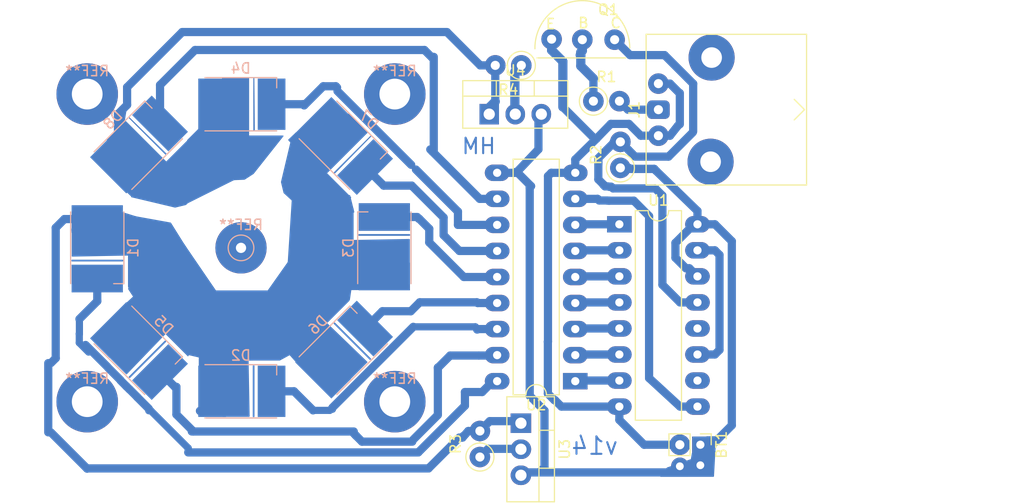
<source format=kicad_pcb>
(kicad_pcb (version 20171130) (host pcbnew "(5.1.5)-3")

  (general
    (thickness 1.6)
    (drawings 16)
    (tracks 296)
    (zones 0)
    (modules 24)
    (nets 29)
  )

  (page A4)
  (title_block
    (title "LED multiplexer")
    (rev v01)
    (comment 4 "Author: Hampus Månefjord")
  )

  (layers
    (0 F.Cu signal)
    (31 B.Cu signal)
    (32 B.Adhes user)
    (33 F.Adhes user)
    (34 B.Paste user)
    (35 F.Paste user)
    (36 B.SilkS user)
    (37 F.SilkS user)
    (38 B.Mask user)
    (39 F.Mask user)
    (40 Dwgs.User user)
    (41 Cmts.User user)
    (42 Eco1.User user)
    (43 Eco2.User user)
    (44 Edge.Cuts user)
    (45 Margin user)
    (46 B.CrtYd user)
    (47 F.CrtYd user)
    (48 B.Fab user)
    (49 F.Fab user)
  )

  (setup
    (last_trace_width 0.7)
    (user_trace_width 0.8)
    (trace_clearance 0.7)
    (zone_clearance 0.508)
    (zone_45_only no)
    (trace_min 0.4)
    (via_size 1.2)
    (via_drill 0.8)
    (via_min_size 1.2)
    (via_min_drill 0.8)
    (uvia_size 0.3)
    (uvia_drill 0.1)
    (uvias_allowed no)
    (uvia_min_size 0.2)
    (uvia_min_drill 0.1)
    (edge_width 0.05)
    (segment_width 0.2)
    (pcb_text_width 0.3)
    (pcb_text_size 1.5 1.5)
    (mod_edge_width 0.12)
    (mod_text_size 1 1)
    (mod_text_width 0.15)
    (pad_size 6 6)
    (pad_drill 3)
    (pad_to_mask_clearance 0.051)
    (solder_mask_min_width 0.25)
    (aux_axis_origin 0 0)
    (visible_elements 7EFFB6E7)
    (pcbplotparams
      (layerselection 0x02000_7ffffffe)
      (usegerberextensions false)
      (usegerberattributes false)
      (usegerberadvancedattributes false)
      (creategerberjobfile false)
      (excludeedgelayer true)
      (linewidth 0.200000)
      (plotframeref false)
      (viasonmask false)
      (mode 1)
      (useauxorigin false)
      (hpglpennumber 1)
      (hpglpenspeed 20)
      (hpglpendiameter 15.000000)
      (psnegative false)
      (psa4output false)
      (plotreference true)
      (plotvalue true)
      (plotinvisibletext false)
      (padsonsilk false)
      (subtractmaskfromsilk false)
      (outputformat 1)
      (mirror false)
      (drillshape 0)
      (scaleselection 1)
      (outputdirectory "v12/"))
  )

  (net 0 "")
  (net 1 "Net-(D1-Pad1)")
  (net 2 "Net-(D1-Pad2)")
  (net 3 "Net-(D2-Pad1)")
  (net 4 "Net-(D3-Pad1)")
  (net 5 "Net-(D4-Pad2)")
  (net 6 "Net-(D4-Pad1)")
  (net 7 "Net-(D5-Pad1)")
  (net 8 "Net-(D6-Pad1)")
  (net 9 "Net-(D7-Pad1)")
  (net 10 "Net-(D8-Pad1)")
  (net 11 "Net-(J1-Pad1)")
  (net 12 GND)
  (net 13 "Net-(Q1-Pad2)")
  (net 14 VCC)
  (net 15 "Net-(R3-Pad1)")
  (net 16 "Net-(R4-Pad1)")
  (net 17 "Net-(U1-Pad1)")
  (net 18 "Net-(U1-Pad9)")
  (net 19 "Net-(U1-Pad2)")
  (net 20 "Net-(U1-Pad10)")
  (net 21 "Net-(U1-Pad3)")
  (net 22 "Net-(U1-Pad11)")
  (net 23 "Net-(U1-Pad4)")
  (net 24 "Net-(U1-Pad12)")
  (net 25 "Net-(U1-Pad5)")
  (net 26 "Net-(U1-Pad6)")
  (net 27 "Net-(U1-Pad7)")
  (net 28 "Net-(Q1-Pad3)")

  (net_class Default "This is the default net class."
    (clearance 0.7)
    (trace_width 0.7)
    (via_dia 1.2)
    (via_drill 0.8)
    (uvia_dia 0.3)
    (uvia_drill 0.1)
    (diff_pair_width 0.4)
    (diff_pair_gap 0.25)
    (add_net GND)
    (add_net "Net-(D1-Pad1)")
    (add_net "Net-(D1-Pad2)")
    (add_net "Net-(D2-Pad1)")
    (add_net "Net-(D3-Pad1)")
    (add_net "Net-(D4-Pad1)")
    (add_net "Net-(D4-Pad2)")
    (add_net "Net-(D5-Pad1)")
    (add_net "Net-(D6-Pad1)")
    (add_net "Net-(D7-Pad1)")
    (add_net "Net-(D8-Pad1)")
    (add_net "Net-(J1-Pad1)")
    (add_net "Net-(Q1-Pad2)")
    (add_net "Net-(Q1-Pad3)")
    (add_net "Net-(R3-Pad1)")
    (add_net "Net-(R4-Pad1)")
    (add_net "Net-(U1-Pad1)")
    (add_net "Net-(U1-Pad10)")
    (add_net "Net-(U1-Pad11)")
    (add_net "Net-(U1-Pad12)")
    (add_net "Net-(U1-Pad2)")
    (add_net "Net-(U1-Pad3)")
    (add_net "Net-(U1-Pad4)")
    (add_net "Net-(U1-Pad5)")
    (add_net "Net-(U1-Pad6)")
    (add_net "Net-(U1-Pad7)")
    (add_net "Net-(U1-Pad9)")
    (add_net VCC)
  )

  (module LED_multiplexer:LED_SMB1N_5x5mm_HS_right (layer B.Cu) (tedit 5F9AD29D) (tstamp 5F8FE897)
    (at 30.38 49.89 180)
    (descr "5.0mm x 5.0mm PLCC4 LED")
    (tags "LED Cree PLCC-4")
    (path /5DFAD863)
    (attr smd)
    (fp_text reference D2 (at 0 3.5) (layer B.SilkS)
      (effects (font (size 1 1) (thickness 0.15)) (justify mirror))
    )
    (fp_text value LED (at 0 -4) (layer B.Fab)
      (effects (font (size 1 1) (thickness 0.15)) (justify mirror))
    )
    (fp_poly (pts (xy -1.21412 -2.4638) (xy -1.28524 -2.4638) (xy -1.28524 2.48412) (xy -1.21412 2.48412)) (layer B.Cu) (width 0.1))
    (fp_poly (pts (xy 1.7272 2.9464) (xy 3.2004 2.9464) (xy 2.54 4.2164) (xy 1.2192 6.8072)
      (xy 0.4064 7.7216) (xy -1.0668 7.7216) (xy -1.8288 6.858) (xy -3.2004 4.2672)
      (xy -3.81 3.048) (xy -0.7112 3.048) (xy -0.8128 -2.4384) (xy 1.7272 -2.4384)) (layer B.Cu) (width 0.1))
    (fp_text user %R (at 0 0) (layer B.Fab)
      (effects (font (size 1 1) (thickness 0.1)) (justify mirror))
    )
    (fp_circle (center 0 0) (end 0 2) (layer B.Fab) (width 0.1))
    (fp_line (start -3.5 1.6) (end -3.5 2.6) (layer B.SilkS) (width 0.12))
    (fp_line (start -3.5 -2.6) (end 3.5 -2.6) (layer B.SilkS) (width 0.12))
    (fp_line (start -3.5 2.6) (end 3.5 2.6) (layer B.SilkS) (width 0.12))
    (fp_line (start 2.5 2.5) (end -2.5 2.5) (layer B.Fab) (width 0.1))
    (fp_line (start 2.5 -2.5) (end 2.5 2.5) (layer B.Fab) (width 0.1))
    (fp_line (start -2.5 -2.5) (end 2.5 -2.5) (layer B.Fab) (width 0.1))
    (fp_line (start -2.5 2.5) (end -2.5 -2.5) (layer B.Fab) (width 0.1))
    (fp_line (start -1.5 2.5) (end -2.5 1.5) (layer B.Fab) (width 0.1))
    (fp_line (start -3.75 2.85) (end -3.75 -2.85) (layer B.CrtYd) (width 0.05))
    (fp_line (start -3.75 -2.85) (end 3.75 -2.85) (layer B.CrtYd) (width 0.05))
    (fp_line (start 3.75 -2.85) (end 3.75 2.85) (layer B.CrtYd) (width 0.05))
    (fp_line (start 3.75 2.85) (end -3.75 2.85) (layer B.CrtYd) (width 0.05))
    (pad 1 smd rect (at -3 0 180) (size 2.7 5) (layers B.Cu B.Paste B.Mask)
      (net 3 "Net-(D2-Pad1)"))
    (pad 2 smd rect (at 2.8 0 180) (size 2.7 5) (layers B.Cu B.Paste B.Mask)
      (net 2 "Net-(D1-Pad2)"))
    (model ${KISYS3DMOD}/LED_SMD.3dshapes/LED_Cree-PLCC4_5x5mm_CW.wrl
      (at (xyz 0 0 0))
      (scale (xyz 1 1 1))
      (rotate (xyz 0 0 0))
    )
  )

  (module LED_multiplexer:LED_SMB1N_5x5mm_HS_right (layer B.Cu) (tedit 5F9AD29D) (tstamp 5F8FE8AC)
    (at 44.38 35.89 270)
    (descr "5.0mm x 5.0mm PLCC4 LED")
    (tags "LED Cree PLCC-4")
    (path /5DFB504F)
    (attr smd)
    (fp_text reference D3 (at 0 3.5 270) (layer B.SilkS)
      (effects (font (size 1 1) (thickness 0.15)) (justify mirror))
    )
    (fp_text value LED (at 0 -4 270) (layer B.Fab)
      (effects (font (size 1 1) (thickness 0.15)) (justify mirror))
    )
    (fp_poly (pts (xy -1.21412 -2.4638) (xy -1.28524 -2.4638) (xy -1.28524 2.48412) (xy -1.21412 2.48412)) (layer B.Cu) (width 0.1))
    (fp_poly (pts (xy 1.7272 2.9464) (xy 3.2004 2.9464) (xy 2.54 4.2164) (xy 1.2192 6.8072)
      (xy 0.4064 7.7216) (xy -1.0668 7.7216) (xy -1.8288 6.858) (xy -3.2004 4.2672)
      (xy -3.81 3.048) (xy -0.7112 3.048) (xy -0.8128 -2.4384) (xy 1.7272 -2.4384)) (layer B.Cu) (width 0.1))
    (fp_text user %R (at 0 0 270) (layer B.Fab)
      (effects (font (size 1 1) (thickness 0.1)) (justify mirror))
    )
    (fp_circle (center 0 0) (end 0 2) (layer B.Fab) (width 0.1))
    (fp_line (start -3.5 1.6) (end -3.5 2.6) (layer B.SilkS) (width 0.12))
    (fp_line (start -3.5 -2.6) (end 3.5 -2.6) (layer B.SilkS) (width 0.12))
    (fp_line (start -3.5 2.6) (end 3.5 2.6) (layer B.SilkS) (width 0.12))
    (fp_line (start 2.5 2.5) (end -2.5 2.5) (layer B.Fab) (width 0.1))
    (fp_line (start 2.5 -2.5) (end 2.5 2.5) (layer B.Fab) (width 0.1))
    (fp_line (start -2.5 -2.5) (end 2.5 -2.5) (layer B.Fab) (width 0.1))
    (fp_line (start -2.5 2.5) (end -2.5 -2.5) (layer B.Fab) (width 0.1))
    (fp_line (start -1.5 2.5) (end -2.5 1.5) (layer B.Fab) (width 0.1))
    (fp_line (start -3.75 2.85) (end -3.75 -2.85) (layer B.CrtYd) (width 0.05))
    (fp_line (start -3.75 -2.85) (end 3.75 -2.85) (layer B.CrtYd) (width 0.05))
    (fp_line (start 3.75 -2.85) (end 3.75 2.85) (layer B.CrtYd) (width 0.05))
    (fp_line (start 3.75 2.85) (end -3.75 2.85) (layer B.CrtYd) (width 0.05))
    (pad 1 smd rect (at -3 0 270) (size 2.7 5) (layers B.Cu B.Paste B.Mask)
      (net 4 "Net-(D3-Pad1)"))
    (pad 2 smd rect (at 2.8 0 270) (size 2.7 5) (layers B.Cu B.Paste B.Mask)
      (net 2 "Net-(D1-Pad2)"))
    (model ${KISYS3DMOD}/LED_SMD.3dshapes/LED_Cree-PLCC4_5x5mm_CW.wrl
      (at (xyz 0 0 0))
      (scale (xyz 1 1 1))
      (rotate (xyz 0 0 0))
    )
  )

  (module LED_multiplexer:LED_SMB1N_5x5mm_HS_right (layer B.Cu) (tedit 5F9AD29D) (tstamp 5F8FE882)
    (at 16.38 35.89 90)
    (descr "5.0mm x 5.0mm PLCC4 LED")
    (tags "LED Cree PLCC-4")
    (path /5DFAC08F)
    (attr smd)
    (fp_text reference D1 (at 0 3.5 90) (layer B.SilkS)
      (effects (font (size 1 1) (thickness 0.15)) (justify mirror))
    )
    (fp_text value LED (at 0 -4 90) (layer B.Fab)
      (effects (font (size 1 1) (thickness 0.15)) (justify mirror))
    )
    (fp_poly (pts (xy -1.21412 -2.4638) (xy -1.28524 -2.4638) (xy -1.28524 2.48412) (xy -1.21412 2.48412)) (layer B.Cu) (width 0.1))
    (fp_poly (pts (xy 1.7272 2.9464) (xy 3.2004 2.9464) (xy 2.54 4.2164) (xy 1.2192 6.8072)
      (xy 0.4064 7.7216) (xy -1.0668 7.7216) (xy -1.8288 6.858) (xy -3.2004 4.2672)
      (xy -3.81 3.048) (xy -0.7112 3.048) (xy -0.8128 -2.4384) (xy 1.7272 -2.4384)) (layer B.Cu) (width 0.1))
    (fp_text user %R (at 0 0 90) (layer B.Fab)
      (effects (font (size 1 1) (thickness 0.1)) (justify mirror))
    )
    (fp_circle (center 0 0) (end 0 2) (layer B.Fab) (width 0.1))
    (fp_line (start -3.5 1.6) (end -3.5 2.6) (layer B.SilkS) (width 0.12))
    (fp_line (start -3.5 -2.6) (end 3.5 -2.6) (layer B.SilkS) (width 0.12))
    (fp_line (start -3.5 2.6) (end 3.5 2.6) (layer B.SilkS) (width 0.12))
    (fp_line (start 2.5 2.5) (end -2.5 2.5) (layer B.Fab) (width 0.1))
    (fp_line (start 2.5 -2.5) (end 2.5 2.5) (layer B.Fab) (width 0.1))
    (fp_line (start -2.5 -2.5) (end 2.5 -2.5) (layer B.Fab) (width 0.1))
    (fp_line (start -2.5 2.5) (end -2.5 -2.5) (layer B.Fab) (width 0.1))
    (fp_line (start -1.5 2.5) (end -2.5 1.5) (layer B.Fab) (width 0.1))
    (fp_line (start -3.75 2.85) (end -3.75 -2.85) (layer B.CrtYd) (width 0.05))
    (fp_line (start -3.75 -2.85) (end 3.75 -2.85) (layer B.CrtYd) (width 0.05))
    (fp_line (start 3.75 -2.85) (end 3.75 2.85) (layer B.CrtYd) (width 0.05))
    (fp_line (start 3.75 2.85) (end -3.75 2.85) (layer B.CrtYd) (width 0.05))
    (pad 1 smd rect (at -3 0 90) (size 2.7 5) (layers B.Cu B.Paste B.Mask)
      (net 1 "Net-(D1-Pad1)"))
    (pad 2 smd rect (at 2.8 0 90) (size 2.7 5) (layers B.Cu B.Paste B.Mask)
      (net 2 "Net-(D1-Pad2)"))
    (model ${KISYS3DMOD}/LED_SMD.3dshapes/LED_Cree-PLCC4_5x5mm_CW.wrl
      (at (xyz 0 0 0))
      (scale (xyz 1 1 1))
      (rotate (xyz 0 0 0))
    )
  )

  (module LED_multiplexer:LED_SMB1N_5x5mm_HS_right (layer B.Cu) (tedit 5F9AD29D) (tstamp 5F8FE8D6)
    (at 20.38 45.89 135)
    (descr "5.0mm x 5.0mm PLCC4 LED")
    (tags "LED Cree PLCC-4")
    (path /5DFACD24)
    (attr smd)
    (fp_text reference D5 (at 0 3.5 135) (layer B.SilkS)
      (effects (font (size 1 1) (thickness 0.15)) (justify mirror))
    )
    (fp_text value LED (at 0 -4 135) (layer B.Fab)
      (effects (font (size 1 1) (thickness 0.15)) (justify mirror))
    )
    (fp_poly (pts (xy -1.21412 -2.4638) (xy -1.28524 -2.4638) (xy -1.28524 2.48412) (xy -1.21412 2.48412)) (layer B.Cu) (width 0.1))
    (fp_poly (pts (xy 1.7272 2.9464) (xy 3.2004 2.9464) (xy 2.54 4.2164) (xy 1.2192 6.8072)
      (xy 0.4064 7.7216) (xy -1.0668 7.7216) (xy -1.8288 6.858) (xy -3.2004 4.2672)
      (xy -3.81 3.048) (xy -0.7112 3.048) (xy -0.8128 -2.4384) (xy 1.7272 -2.4384)) (layer B.Cu) (width 0.1))
    (fp_text user %R (at 0 0 135) (layer B.Fab)
      (effects (font (size 1 1) (thickness 0.1)) (justify mirror))
    )
    (fp_circle (center 0 0) (end 0 2) (layer B.Fab) (width 0.1))
    (fp_line (start -3.5 1.6) (end -3.5 2.6) (layer B.SilkS) (width 0.12))
    (fp_line (start -3.5 -2.6) (end 3.5 -2.6) (layer B.SilkS) (width 0.12))
    (fp_line (start -3.5 2.6) (end 3.5 2.6) (layer B.SilkS) (width 0.12))
    (fp_line (start 2.5 2.5) (end -2.5 2.5) (layer B.Fab) (width 0.1))
    (fp_line (start 2.5 -2.5) (end 2.5 2.5) (layer B.Fab) (width 0.1))
    (fp_line (start -2.5 -2.5) (end 2.5 -2.5) (layer B.Fab) (width 0.1))
    (fp_line (start -2.5 2.5) (end -2.5 -2.5) (layer B.Fab) (width 0.1))
    (fp_line (start -1.5 2.5) (end -2.5 1.5) (layer B.Fab) (width 0.1))
    (fp_line (start -3.75 2.85) (end -3.75 -2.85) (layer B.CrtYd) (width 0.05))
    (fp_line (start -3.75 -2.85) (end 3.75 -2.85) (layer B.CrtYd) (width 0.05))
    (fp_line (start 3.75 -2.85) (end 3.75 2.85) (layer B.CrtYd) (width 0.05))
    (fp_line (start 3.75 2.85) (end -3.75 2.85) (layer B.CrtYd) (width 0.05))
    (pad 1 smd rect (at -3 0 135) (size 2.7 5) (layers B.Cu B.Paste B.Mask)
      (net 7 "Net-(D5-Pad1)"))
    (pad 2 smd rect (at 2.8 0 135) (size 2.7 5) (layers B.Cu B.Paste B.Mask)
      (net 2 "Net-(D1-Pad2)"))
    (model ${KISYS3DMOD}/LED_SMD.3dshapes/LED_Cree-PLCC4_5x5mm_CW.wrl
      (at (xyz 0 0 0))
      (scale (xyz 1 1 1))
      (rotate (xyz 0 0 0))
    )
  )

  (module LED_multiplexer:LED_SMB1N_5x5mm_HS_right (layer B.Cu) (tedit 5F9AD29D) (tstamp 5F8FE8EB)
    (at 40.38 45.89 225)
    (descr "5.0mm x 5.0mm PLCC4 LED")
    (tags "LED Cree PLCC-4")
    (path /5DFAD86D)
    (attr smd)
    (fp_text reference D6 (at 0 3.5 45) (layer B.SilkS)
      (effects (font (size 1 1) (thickness 0.15)) (justify mirror))
    )
    (fp_text value LED (at 0 -4 45) (layer B.Fab)
      (effects (font (size 1 1) (thickness 0.15)) (justify mirror))
    )
    (fp_poly (pts (xy -1.21412 -2.4638) (xy -1.28524 -2.4638) (xy -1.28524 2.48412) (xy -1.21412 2.48412)) (layer B.Cu) (width 0.1))
    (fp_poly (pts (xy 1.7272 2.9464) (xy 3.2004 2.9464) (xy 2.54 4.2164) (xy 1.2192 6.8072)
      (xy 0.4064 7.7216) (xy -1.0668 7.7216) (xy -1.8288 6.858) (xy -3.2004 4.2672)
      (xy -3.81 3.048) (xy -0.7112 3.048) (xy -0.8128 -2.4384) (xy 1.7272 -2.4384)) (layer B.Cu) (width 0.1))
    (fp_text user %R (at 0 0 45) (layer B.Fab)
      (effects (font (size 1 1) (thickness 0.1)) (justify mirror))
    )
    (fp_circle (center 0 0) (end 0 2) (layer B.Fab) (width 0.1))
    (fp_line (start -3.5 1.6) (end -3.5 2.6) (layer B.SilkS) (width 0.12))
    (fp_line (start -3.5 -2.6) (end 3.5 -2.6) (layer B.SilkS) (width 0.12))
    (fp_line (start -3.5 2.6) (end 3.5 2.6) (layer B.SilkS) (width 0.12))
    (fp_line (start 2.5 2.5) (end -2.5 2.5) (layer B.Fab) (width 0.1))
    (fp_line (start 2.5 -2.5) (end 2.5 2.5) (layer B.Fab) (width 0.1))
    (fp_line (start -2.5 -2.5) (end 2.5 -2.5) (layer B.Fab) (width 0.1))
    (fp_line (start -2.5 2.5) (end -2.5 -2.5) (layer B.Fab) (width 0.1))
    (fp_line (start -1.5 2.5) (end -2.5 1.5) (layer B.Fab) (width 0.1))
    (fp_line (start -3.75 2.85) (end -3.75 -2.85) (layer B.CrtYd) (width 0.05))
    (fp_line (start -3.75 -2.85) (end 3.75 -2.85) (layer B.CrtYd) (width 0.05))
    (fp_line (start 3.75 -2.85) (end 3.75 2.85) (layer B.CrtYd) (width 0.05))
    (fp_line (start 3.75 2.85) (end -3.75 2.85) (layer B.CrtYd) (width 0.05))
    (pad 1 smd rect (at -3 0 225) (size 2.7 5) (layers B.Cu B.Paste B.Mask)
      (net 8 "Net-(D6-Pad1)"))
    (pad 2 smd rect (at 2.8 0 225) (size 2.7 5) (layers B.Cu B.Paste B.Mask)
      (net 2 "Net-(D1-Pad2)"))
    (model ${KISYS3DMOD}/LED_SMD.3dshapes/LED_Cree-PLCC4_5x5mm_CW.wrl
      (at (xyz 0 0 0))
      (scale (xyz 1 1 1))
      (rotate (xyz 0 0 0))
    )
  )

  (module LED_multiplexer:LED_SMB1N_5x5mm_HS_left (layer B.Cu) (tedit 5F901F3E) (tstamp 5F8FE900)
    (at 40.38 25.89 135)
    (descr "5.0mm x 5.0mm PLCC4 LED")
    (tags "LED Cree PLCC-4")
    (path /5DFB5059)
    (attr smd)
    (fp_text reference D7 (at 0 3.5 135) (layer B.SilkS)
      (effects (font (size 1 1) (thickness 0.15)) (justify mirror))
    )
    (fp_text value LED (at 0 -4 135) (layer B.Fab)
      (effects (font (size 1 1) (thickness 0.15)) (justify mirror))
    )
    (fp_poly (pts (xy -1.27 -2.54) (xy -1.3208 -2.54) (xy -1.27 2.54)) (layer B.Cu) (width 0.1))
    (fp_poly (pts (xy 1.778 -3.0988) (xy 4.0132 -3.0988) (xy 1.7272 -6.8072) (xy 0.8128 -7.366)
      (xy -0.3556 -7.3152) (xy -1.2192 -6.7564) (xy -4.1148 -3.0988) (xy -0.762 -3.0988)
      (xy -0.762 2.54) (xy 1.778 2.54)) (layer B.Cu) (width 0.1))
    (fp_text user %R (at 0 0 135) (layer B.Fab)
      (effects (font (size 1 1) (thickness 0.1)) (justify mirror))
    )
    (fp_circle (center 0 0) (end 0 2) (layer B.Fab) (width 0.1))
    (fp_line (start -3.5 1.6) (end -3.5 2.6) (layer B.SilkS) (width 0.12))
    (fp_line (start -3.5 -2.6) (end 3.5 -2.6) (layer B.SilkS) (width 0.12))
    (fp_line (start -3.5 2.6) (end 3.5 2.6) (layer B.SilkS) (width 0.12))
    (fp_line (start 2.5 2.5) (end -2.5 2.5) (layer B.Fab) (width 0.1))
    (fp_line (start 2.5 -2.5) (end 2.5 2.5) (layer B.Fab) (width 0.1))
    (fp_line (start -2.5 -2.5) (end 2.5 -2.5) (layer B.Fab) (width 0.1))
    (fp_line (start -2.5 2.5) (end -2.5 -2.5) (layer B.Fab) (width 0.1))
    (fp_line (start -1.5 2.5) (end -2.5 1.5) (layer B.Fab) (width 0.1))
    (fp_line (start -3.75 2.85) (end -3.75 -2.85) (layer B.CrtYd) (width 0.05))
    (fp_line (start -3.75 -2.85) (end 3.75 -2.85) (layer B.CrtYd) (width 0.05))
    (fp_line (start 3.75 -2.85) (end 3.75 2.85) (layer B.CrtYd) (width 0.05))
    (fp_line (start 3.75 2.85) (end -3.75 2.85) (layer B.CrtYd) (width 0.05))
    (pad 1 smd rect (at -3.002 0 135) (size 2.7 5) (layers B.Cu B.Paste B.Mask)
      (net 9 "Net-(D7-Pad1)"))
    (pad 2 smd rect (at 2.8 0 135) (size 2.7 5) (layers B.Cu B.Paste B.Mask)
      (net 5 "Net-(D4-Pad2)"))
    (model ${KISYS3DMOD}/LED_SMD.3dshapes/LED_Cree-PLCC4_5x5mm_CW.wrl
      (at (xyz 0 0 0))
      (scale (xyz 1 1 1))
      (rotate (xyz 0 0 0))
    )
  )

  (module LED_multiplexer:LED_SMB1N_5x5mm_HS_left (layer B.Cu) (tedit 5F901F3E) (tstamp 5F8FE915)
    (at 20.38 25.89 225)
    (descr "5.0mm x 5.0mm PLCC4 LED")
    (tags "LED Cree PLCC-4")
    (path /5DFB506D)
    (attr smd)
    (fp_text reference D8 (at 0 3.5 45) (layer B.SilkS)
      (effects (font (size 1 1) (thickness 0.15)) (justify mirror))
    )
    (fp_text value LED (at 0 -4 45) (layer B.Fab)
      (effects (font (size 1 1) (thickness 0.15)) (justify mirror))
    )
    (fp_poly (pts (xy -1.27 -2.54) (xy -1.3208 -2.54) (xy -1.27 2.54)) (layer B.Cu) (width 0.1))
    (fp_poly (pts (xy 1.778 -3.0988) (xy 4.0132 -3.0988) (xy 1.7272 -6.8072) (xy 0.8128 -7.366)
      (xy -0.3556 -7.3152) (xy -1.2192 -6.7564) (xy -4.1148 -3.0988) (xy -0.762 -3.0988)
      (xy -0.762 2.54) (xy 1.778 2.54)) (layer B.Cu) (width 0.1))
    (fp_text user %R (at 0 0 45) (layer B.Fab)
      (effects (font (size 1 1) (thickness 0.1)) (justify mirror))
    )
    (fp_circle (center 0 0) (end 0 2) (layer B.Fab) (width 0.1))
    (fp_line (start -3.5 1.6) (end -3.5 2.6) (layer B.SilkS) (width 0.12))
    (fp_line (start -3.5 -2.6) (end 3.5 -2.6) (layer B.SilkS) (width 0.12))
    (fp_line (start -3.5 2.6) (end 3.5 2.6) (layer B.SilkS) (width 0.12))
    (fp_line (start 2.5 2.5) (end -2.5 2.5) (layer B.Fab) (width 0.1))
    (fp_line (start 2.5 -2.5) (end 2.5 2.5) (layer B.Fab) (width 0.1))
    (fp_line (start -2.5 -2.5) (end 2.5 -2.5) (layer B.Fab) (width 0.1))
    (fp_line (start -2.5 2.5) (end -2.5 -2.5) (layer B.Fab) (width 0.1))
    (fp_line (start -1.5 2.5) (end -2.5 1.5) (layer B.Fab) (width 0.1))
    (fp_line (start -3.75 2.85) (end -3.75 -2.85) (layer B.CrtYd) (width 0.05))
    (fp_line (start -3.75 -2.85) (end 3.75 -2.85) (layer B.CrtYd) (width 0.05))
    (fp_line (start 3.75 -2.85) (end 3.75 2.85) (layer B.CrtYd) (width 0.05))
    (fp_line (start 3.75 2.85) (end -3.75 2.85) (layer B.CrtYd) (width 0.05))
    (pad 1 smd rect (at -3.002 0 225) (size 2.7 5) (layers B.Cu B.Paste B.Mask)
      (net 10 "Net-(D8-Pad1)"))
    (pad 2 smd rect (at 2.8 0 225) (size 2.7 5) (layers B.Cu B.Paste B.Mask)
      (net 5 "Net-(D4-Pad2)"))
    (model ${KISYS3DMOD}/LED_SMD.3dshapes/LED_Cree-PLCC4_5x5mm_CW.wrl
      (at (xyz 0 0 0))
      (scale (xyz 1 1 1))
      (rotate (xyz 0 0 0))
    )
  )

  (module LED_multiplexer:LED_SMB1N_5x5mm_HS_left (layer B.Cu) (tedit 5F901F3E) (tstamp 5F8FE8C1)
    (at 30.38 21.89 180)
    (descr "5.0mm x 5.0mm PLCC4 LED")
    (tags "LED Cree PLCC-4")
    (path /5DFB5063)
    (attr smd)
    (fp_text reference D4 (at 0 3.5) (layer B.SilkS)
      (effects (font (size 1 1) (thickness 0.15)) (justify mirror))
    )
    (fp_text value LED (at 0 -4) (layer B.Fab)
      (effects (font (size 1 1) (thickness 0.15)) (justify mirror))
    )
    (fp_poly (pts (xy -1.27 -2.54) (xy -1.3208 -2.54) (xy -1.27 2.54)) (layer B.Cu) (width 0.1))
    (fp_poly (pts (xy 1.778 -3.0988) (xy 4.0132 -3.0988) (xy 1.7272 -6.8072) (xy 0.8128 -7.366)
      (xy -0.3556 -7.3152) (xy -1.2192 -6.7564) (xy -4.1148 -3.0988) (xy -0.762 -3.0988)
      (xy -0.762 2.54) (xy 1.778 2.54)) (layer B.Cu) (width 0.1))
    (fp_text user %R (at 0 0) (layer B.Fab)
      (effects (font (size 1 1) (thickness 0.1)) (justify mirror))
    )
    (fp_circle (center 0 0) (end 0 2) (layer B.Fab) (width 0.1))
    (fp_line (start -3.5 1.6) (end -3.5 2.6) (layer B.SilkS) (width 0.12))
    (fp_line (start -3.5 -2.6) (end 3.5 -2.6) (layer B.SilkS) (width 0.12))
    (fp_line (start -3.5 2.6) (end 3.5 2.6) (layer B.SilkS) (width 0.12))
    (fp_line (start 2.5 2.5) (end -2.5 2.5) (layer B.Fab) (width 0.1))
    (fp_line (start 2.5 -2.5) (end 2.5 2.5) (layer B.Fab) (width 0.1))
    (fp_line (start -2.5 -2.5) (end 2.5 -2.5) (layer B.Fab) (width 0.1))
    (fp_line (start -2.5 2.5) (end -2.5 -2.5) (layer B.Fab) (width 0.1))
    (fp_line (start -1.5 2.5) (end -2.5 1.5) (layer B.Fab) (width 0.1))
    (fp_line (start -3.75 2.85) (end -3.75 -2.85) (layer B.CrtYd) (width 0.05))
    (fp_line (start -3.75 -2.85) (end 3.75 -2.85) (layer B.CrtYd) (width 0.05))
    (fp_line (start 3.75 -2.85) (end 3.75 2.85) (layer B.CrtYd) (width 0.05))
    (fp_line (start 3.75 2.85) (end -3.75 2.85) (layer B.CrtYd) (width 0.05))
    (pad 1 smd rect (at -3.002 0 180) (size 2.7 5) (layers B.Cu B.Paste B.Mask)
      (net 6 "Net-(D4-Pad1)"))
    (pad 2 smd rect (at 2.8 0 180) (size 2.7 5) (layers B.Cu B.Paste B.Mask)
      (net 5 "Net-(D4-Pad2)"))
    (model ${KISYS3DMOD}/LED_SMD.3dshapes/LED_Cree-PLCC4_5x5mm_CW.wrl
      (at (xyz 0 0 0))
      (scale (xyz 1 1 1))
      (rotate (xyz 0 0 0))
    )
  )

  (module LED_multiplexer:PinHeader_1x02_P2.00mm_Vertical_hampus (layer F.Cu) (tedit 5E3153BA) (tstamp 5F8F3F7C)
    (at 75.2 55.1 270)
    (descr "Through hole straight pin header, 1x02, 2.00mm pitch, single row")
    (tags "Through hole pin header THT 1x02 2.00mm single row")
    (path /5DFF155D)
    (fp_text reference BT1 (at 0 -2.06 90) (layer F.SilkS)
      (effects (font (size 1 1) (thickness 0.15)))
    )
    (fp_text value 9V (at 0 4.06 90) (layer F.Fab)
      (effects (font (size 1 1) (thickness 0.15)))
    )
    (fp_line (start 1.5 -1.5) (end -1.5 -1.5) (layer F.CrtYd) (width 0.05))
    (fp_line (start 1.5 3.5) (end 1.5 -1.5) (layer F.CrtYd) (width 0.05))
    (fp_line (start -1.5 3.5) (end 1.5 3.5) (layer F.CrtYd) (width 0.05))
    (fp_line (start -1.5 -1.5) (end -1.5 3.5) (layer F.CrtYd) (width 0.05))
    (fp_line (start -1.06 -1.06) (end 0 -1.06) (layer F.SilkS) (width 0.12))
    (fp_line (start -1.06 0) (end -1.06 -1.06) (layer F.SilkS) (width 0.12))
    (fp_line (start -1.06 1) (end 1.06 1) (layer F.SilkS) (width 0.12))
    (fp_line (start 1.06 1) (end 1.06 3.06) (layer F.SilkS) (width 0.12))
    (fp_line (start -1.06 1) (end -1.06 3.06) (layer F.SilkS) (width 0.12))
    (fp_line (start -1.06 3.06) (end 1.06 3.06) (layer F.SilkS) (width 0.12))
    (fp_line (start -1 -0.5) (end -0.5 -1) (layer F.Fab) (width 0.1))
    (fp_line (start -1 3) (end -1 -0.5) (layer F.Fab) (width 0.1))
    (fp_line (start 1 3) (end -1 3) (layer F.Fab) (width 0.1))
    (fp_line (start 1 -1) (end 1 3) (layer F.Fab) (width 0.1))
    (fp_line (start -0.5 -1) (end 1 -1) (layer F.Fab) (width 0.1))
    (fp_text user %R (at 0 1) (layer F.Fab)
      (effects (font (size 1 1) (thickness 0.15)))
    )
    (pad 1 thru_hole circle (at 2.1 2 270) (size 1.7 1.7) (drill 0.762) (layers *.Cu *.Mask)
      (net 14 VCC))
    (pad 1 thru_hole circle (at 2 0 270) (size 1.7 1.7) (drill 0.762) (layers *.Cu *.Mask)
      (net 14 VCC))
    (pad 2 thru_hole circle (at 0 2 270) (size 2 2) (drill 0.89) (layers *.Cu *.Mask)
      (net 12 GND))
    (pad 1 thru_hole rect (at 0 0 270) (size 1.6 1.6) (drill 0.8) (layers *.Cu *.Mask)
      (net 14 VCC))
    (model ${KISYS3DMOD}/Connector_PinHeader_2.00mm.3dshapes/PinHeader_1x02_P2.00mm_Vertical.wrl
      (at (xyz 0 0 0))
      (scale (xyz 1 1 1))
      (rotate (xyz 0 0 0))
    )
  )

  (module LED_multiplexer:pnp (layer F.Cu) (tedit 5F9019B8) (tstamp 5F8F3F91)
    (at 63.69 18.49)
    (path /5E31EB60)
    (fp_text reference Q1 (at 2.54 -5.82) (layer F.SilkS)
      (effects (font (size 1 1) (thickness 0.15)))
    )
    (fp_text value 2N2219 (at 2.54 5.82) (layer F.Fab)
      (effects (font (size 1 1) (thickness 0.15)))
    )
    (fp_text user C (at 3.2512 -4.5212) (layer F.SilkS)
      (effects (font (size 1 1) (thickness 0.15)))
    )
    (fp_text user B (at 0.1016 -4.5212) (layer F.SilkS)
      (effects (font (size 1 1) (thickness 0.15)))
    )
    (fp_text user E (at -3.0988 -4.4196) (layer F.SilkS)
      (effects (font (size 1 1) (thickness 0.15)))
    )
    (fp_line (start -4.4196 -1.1176) (end 4.2164 -1.1176) (layer F.SilkS) (width 0.12))
    (fp_arc (start 0 -2.0828) (end 4.6228 -2.0828) (angle -180.881404) (layer F.SilkS) (width 0.12))
    (fp_text user %R (at 2.54 -5.82) (layer F.Fab)
      (effects (font (size 1 1) (thickness 0.15)))
    )
    (pad 3 thru_hole circle (at 3.1496 -2.8956) (size 2 2) (drill 0.89) (layers *.Cu *.Mask)
      (net 28 "Net-(Q1-Pad3)"))
    (pad 2 thru_hole circle (at 0 -2.8956) (size 2 2) (drill 0.89) (layers *.Cu *.Mask)
      (net 13 "Net-(Q1-Pad2)"))
    (pad 1 thru_hole circle (at -2.9972 -2.9464) (size 2 2) (drill 0.89) (layers *.Cu *.Mask)
      (net 12 GND))
  )

  (module LED_multiplexer:Pin_D1.0mm_L10.0mm (layer B.Cu) (tedit 5E318BAD) (tstamp 5E31E15A)
    (at 45.4 20.9)
    (descr "solder Pin_ diameter 1.0mm, hole diameter 1.0mm (press fit), length 10.0mm")
    (tags "solder Pin_ press fit")
    (fp_text reference REF** (at 0 -2.25) (layer B.SilkS)
      (effects (font (size 1 1) (thickness 0.15)) (justify mirror))
    )
    (fp_text value Pin_D1.0mm_L10.0mm (at 0 2.05) (layer B.Fab)
      (effects (font (size 1 1) (thickness 0.15)) (justify mirror))
    )
    (fp_text user %R (at 0 -2.25) (layer B.Fab)
      (effects (font (size 1 1) (thickness 0.15)) (justify mirror))
    )
    (fp_circle (center 0 0) (end 3 0) (layer B.CrtYd) (width 0.05))
    (fp_circle (center 0 0) (end 0.5 0) (layer B.Fab) (width 0.12))
    (fp_circle (center 0 0) (end 1 0) (layer B.Fab) (width 0.12))
    (fp_circle (center 0 0) (end 1.25 -0.05) (layer B.SilkS) (width 0.12))
    (pad 1 thru_hole circle (at 0 0) (size 6 6) (drill 3) (layers *.Cu *.Mask))
    (model ${KISYS3DMOD}/Connector_Pin.3dshapes/Pin_D1.0mm_L10.0mm.wrl
      (at (xyz 0 0 0))
      (scale (xyz 1 1 1))
      (rotate (xyz 0 0 0))
    )
  )

  (module LED_multiplexer:Pin_D1.0mm_L10.0mm (layer B.Cu) (tedit 5E318BAD) (tstamp 5E31E15A)
    (at 15.4 20.9)
    (descr "solder Pin_ diameter 1.0mm, hole diameter 1.0mm (press fit), length 10.0mm")
    (tags "solder Pin_ press fit")
    (fp_text reference REF** (at 0 -2.25) (layer B.SilkS)
      (effects (font (size 1 1) (thickness 0.15)) (justify mirror))
    )
    (fp_text value Pin_D1.0mm_L10.0mm (at 0 2.05) (layer B.Fab)
      (effects (font (size 1 1) (thickness 0.15)) (justify mirror))
    )
    (fp_text user %R (at 0 -2.25) (layer B.Fab)
      (effects (font (size 1 1) (thickness 0.15)) (justify mirror))
    )
    (fp_circle (center 0 0) (end 3 0) (layer B.CrtYd) (width 0.05))
    (fp_circle (center 0 0) (end 0.5 0) (layer B.Fab) (width 0.12))
    (fp_circle (center 0 0) (end 1 0) (layer B.Fab) (width 0.12))
    (fp_circle (center 0 0) (end 1.25 -0.05) (layer B.SilkS) (width 0.12))
    (pad 1 thru_hole circle (at 0 0) (size 6 6) (drill 3) (layers *.Cu *.Mask))
    (model ${KISYS3DMOD}/Connector_Pin.3dshapes/Pin_D1.0mm_L10.0mm.wrl
      (at (xyz 0 0 0))
      (scale (xyz 1 1 1))
      (rotate (xyz 0 0 0))
    )
  )

  (module LED_multiplexer:Pin_D1.0mm_L10.0mm (layer B.Cu) (tedit 5E318BAD) (tstamp 5E31E15A)
    (at 15.4 50.9)
    (descr "solder Pin_ diameter 1.0mm, hole diameter 1.0mm (press fit), length 10.0mm")
    (tags "solder Pin_ press fit")
    (fp_text reference REF** (at 0 -2.25) (layer B.SilkS)
      (effects (font (size 1 1) (thickness 0.15)) (justify mirror))
    )
    (fp_text value Pin_D1.0mm_L10.0mm (at 0 2.05) (layer B.Fab)
      (effects (font (size 1 1) (thickness 0.15)) (justify mirror))
    )
    (fp_text user %R (at 0 -2.25) (layer B.Fab)
      (effects (font (size 1 1) (thickness 0.15)) (justify mirror))
    )
    (fp_circle (center 0 0) (end 3 0) (layer B.CrtYd) (width 0.05))
    (fp_circle (center 0 0) (end 0.5 0) (layer B.Fab) (width 0.12))
    (fp_circle (center 0 0) (end 1 0) (layer B.Fab) (width 0.12))
    (fp_circle (center 0 0) (end 1.25 -0.05) (layer B.SilkS) (width 0.12))
    (pad 1 thru_hole circle (at 0 0) (size 6 6) (drill 3) (layers *.Cu *.Mask))
    (model ${KISYS3DMOD}/Connector_Pin.3dshapes/Pin_D1.0mm_L10.0mm.wrl
      (at (xyz 0 0 0))
      (scale (xyz 1 1 1))
      (rotate (xyz 0 0 0))
    )
  )

  (module LED_multiplexer:Pin_D1.0mm_L10.0mm (layer B.Cu) (tedit 5F9AD32D) (tstamp 5E31E15A)
    (at 45.4 50.9)
    (descr "solder Pin_ diameter 1.0mm, hole diameter 1.0mm (press fit), length 10.0mm")
    (tags "solder Pin_ press fit")
    (fp_text reference REF** (at 0 -2.25) (layer B.SilkS)
      (effects (font (size 1 1) (thickness 0.15)) (justify mirror))
    )
    (fp_text value Pin_D1.0mm_L10.0mm (at 0 2.05) (layer B.Fab)
      (effects (font (size 1 1) (thickness 0.15)) (justify mirror))
    )
    (fp_text user %R (at 0 -2.25) (layer B.Fab)
      (effects (font (size 1 1) (thickness 0.15)) (justify mirror))
    )
    (fp_circle (center 0 0) (end 3 0) (layer B.CrtYd) (width 0.05))
    (fp_circle (center 0 0) (end 0.5 0) (layer B.Fab) (width 0.12))
    (fp_circle (center 0 0) (end 1 0) (layer B.Fab) (width 0.12))
    (fp_circle (center 0 0) (end 1.25 -0.05) (layer B.SilkS) (width 0.12))
    (pad 1 thru_hole circle (at 0 0) (size 6 6) (drill 3) (layers *.Cu *.Mask))
    (model ${KISYS3DMOD}/Connector_Pin.3dshapes/Pin_D1.0mm_L10.0mm.wrl
      (at (xyz 0 0 0))
      (scale (xyz 1 1 1))
      (rotate (xyz 0 0 0))
    )
  )

  (module LED_multiplexer:Pin_D1.0mm_L10.0mm (layer B.Cu) (tedit 5F9AD2F7) (tstamp 5E318C0B)
    (at 30.4 35.9)
    (descr "solder Pin_ diameter 1.0mm, hole diameter 1.0mm (press fit), length 10.0mm")
    (tags "solder Pin_ press fit")
    (fp_text reference REF** (at 0 -2.25) (layer B.SilkS)
      (effects (font (size 1 1) (thickness 0.15)) (justify mirror))
    )
    (fp_text value Pin_D1.0mm_L10.0mm (at 0 2.05) (layer B.Fab)
      (effects (font (size 1 1) (thickness 0.15)) (justify mirror))
    )
    (fp_text user %R (at 0 -2.25) (layer B.Fab)
      (effects (font (size 1 1) (thickness 0.15)) (justify mirror))
    )
    (fp_circle (center 0 0) (end 3 0) (layer B.CrtYd) (width 0.05))
    (fp_circle (center 0 0) (end 0.5 0) (layer B.Fab) (width 0.12))
    (fp_circle (center 0 0) (end 1 0) (layer B.Fab) (width 0.12))
    (fp_circle (center 0 0) (end 1.25 -0.05) (layer B.SilkS) (width 0.12))
    (pad 1 thru_hole circle (at 0 0) (size 5 5) (drill 1) (layers *.Cu *.Mask))
    (model ${KISYS3DMOD}/Connector_Pin.3dshapes/Pin_D1.0mm_L10.0mm.wrl
      (at (xyz 0 0 0))
      (scale (xyz 1 1 1))
      (rotate (xyz 0 0 0))
    )
  )

  (module LED_multiplexer:BNC_coax_Horizontal_c2 (layer F.Cu) (tedit 5F9AD2D2) (tstamp 5DFC9608)
    (at 71.11 22.42 270)
    (descr "dual independently isolated BNC plug (https://www.amphenolrf.com/downloads/dl/file/id/2980/product/644/031_6575_customer_drawing.pdf)")
    (tags "Dual BNC Amphenol Horizontal")
    (path /5DFCCCA6)
    (fp_text reference J1 (at 0 2.35 90) (layer F.SilkS)
      (effects (font (size 1 1) (thickness 0.15)))
    )
    (fp_text value Conn_Coaxial (at 0 4.35 270) (layer F.Fab)
      (effects (font (size 1 1) (thickness 0.15)))
    )
    (fp_line (start 0 -14.25) (end 1 -13.25) (layer F.SilkS) (width 0.12))
    (fp_line (start 0 -14.25) (end -1 -13.25) (layer F.SilkS) (width 0.12))
    (fp_line (start 7.7 1.55) (end 7.7 -35.65) (layer F.CrtYd) (width 0.05))
    (fp_line (start 7.7 -35.65) (end -7.7 -35.65) (layer F.CrtYd) (width 0.05))
    (fp_line (start -7.7 1.55) (end -7.7 -35.65) (layer F.CrtYd) (width 0.05))
    (fp_line (start -7.7 1.55) (end 7.7 1.55) (layer F.CrtYd) (width 0.05))
    (fp_line (start -7.35 1.2) (end -7.35 -14.45) (layer F.SilkS) (width 0.12))
    (fp_line (start 7.35 1.2) (end -7.35 1.2) (layer F.SilkS) (width 0.12))
    (fp_line (start 7.35 -14.45) (end 7.35 1.2) (layer F.SilkS) (width 0.12))
    (fp_line (start -7.35 -14.45) (end 7.35 -14.45) (layer F.SilkS) (width 0.12))
    (fp_line (start -5 -15.75) (end 5 -16.75) (layer F.Fab) (width 0.1))
    (fp_text user %R (at 0 0 90) (layer F.Fab)
      (effects (font (size 1 1) (thickness 0.15)))
    )
    (fp_line (start -7.2 -14.45) (end -7.2 1.05) (layer F.Fab) (width 0.1))
    (fp_line (start 7.2 -14.45) (end -7.2 -14.45) (layer F.Fab) (width 0.1))
    (fp_line (start 7.2 1.05) (end 7.2 -14.45) (layer F.Fab) (width 0.1))
    (fp_line (start -7.2 1.05) (end 7.2 1.05) (layer F.Fab) (width 0.1))
    (fp_line (start -6.35 -23.05) (end -6.35 -14.45) (layer F.Fab) (width 0.1))
    (fp_line (start 6.35 -23.05) (end -6.35 -23.05) (layer F.Fab) (width 0.1))
    (fp_line (start 6.35 -14.45) (end 6.35 -23.05) (layer F.Fab) (width 0.1))
    (fp_line (start -4.8 -35.15) (end -4.8 -23.05) (layer F.Fab) (width 0.1))
    (fp_line (start 4.8 -35.15) (end -4.8 -35.15) (layer F.Fab) (width 0.1))
    (fp_line (start 4.8 -23.05) (end 4.8 -35.15) (layer F.Fab) (width 0.1))
    (fp_circle (center 0 -29.92) (end 1 -29.92) (layer F.Fab) (width 0.1))
    (fp_line (start -5 -16.75) (end 5 -17.75) (layer F.Fab) (width 0.1))
    (fp_line (start -5 -17.75) (end 5 -18.75) (layer F.Fab) (width 0.1))
    (fp_line (start -5 -18.75) (end 5 -19.75) (layer F.Fab) (width 0.1))
    (fp_line (start -5 -19.75) (end 5 -20.75) (layer F.Fab) (width 0.1))
    (fp_line (start -5 -20.75) (end 5 -21.75) (layer F.Fab) (width 0.1))
    (fp_line (start -5 -21.75) (end 5 -22.75) (layer F.Fab) (width 0.1))
    (pad 2 thru_hole circle (at 2.54 0 270) (size 2 2) (drill 0.89) (layers *.Cu *.Mask)
      (net 12 GND))
    (pad 2 thru_hole circle (at -2.54 0 270) (size 2 2) (drill 0.89) (layers *.Cu *.Mask)
      (net 12 GND))
    (pad 1 thru_hole roundrect (at 0 0 270) (size 1.8 2.2) (drill 0.89) (layers *.Cu *.Mask) (roundrect_rratio 0.25)
      (net 11 "Net-(J1-Pad1)"))
    (pad "" thru_hole circle (at 5.08 -5.09 270) (size 4.5 4.5) (drill 2.01) (layers *.Cu *.Mask))
    (pad "" thru_hole circle (at -5.08 -5.19 270) (size 4.5 4.5) (drill 2.01) (layers *.Cu *.Mask))
    (model ${KISYS3DMOD}/Connector_Coaxial.3dshapes/BNC_Amphenol_031-6575_Horizontal.wrl
      (at (xyz 0 0 0))
      (scale (xyz 1 1 1))
      (rotate (xyz 0 0 0))
    )
  )

  (module Resistor_THT:R_Axial_DIN0207_L6.3mm_D2.5mm_P2.54mm_Vertical (layer F.Cu) (tedit 5AE5139B) (tstamp 5DFB9604)
    (at 67.4 28.1 90)
    (descr "Resistor, Axial_DIN0207 series, Axial, Vertical, pin pitch=2.54mm, 0.25W = 1/4W, length*diameter=6.3*2.5mm^2, http://cdn-reichelt.de/documents/datenblatt/B400/1_4W%23YAG.pdf")
    (tags "Resistor Axial_DIN0207 series Axial Vertical pin pitch 2.54mm 0.25W = 1/4W length 6.3mm diameter 2.5mm")
    (path /5DFCA9A7)
    (fp_text reference R2 (at 1.27 -2.37 90) (layer F.SilkS)
      (effects (font (size 1 1) (thickness 0.15)))
    )
    (fp_text value 4k7 (at 1.27 2.37 90) (layer F.Fab)
      (effects (font (size 1 1) (thickness 0.15)))
    )
    (fp_text user %R (at 1.27 -2.37 90) (layer F.Fab)
      (effects (font (size 1 1) (thickness 0.15)))
    )
    (fp_line (start 3.59 -1.5) (end -1.5 -1.5) (layer F.CrtYd) (width 0.05))
    (fp_line (start 3.59 1.5) (end 3.59 -1.5) (layer F.CrtYd) (width 0.05))
    (fp_line (start -1.5 1.5) (end 3.59 1.5) (layer F.CrtYd) (width 0.05))
    (fp_line (start -1.5 -1.5) (end -1.5 1.5) (layer F.CrtYd) (width 0.05))
    (fp_line (start 1.37 0) (end 1.44 0) (layer F.SilkS) (width 0.12))
    (fp_line (start 0 0) (end 2.54 0) (layer F.Fab) (width 0.1))
    (fp_circle (center 0 0) (end 1.37 0) (layer F.SilkS) (width 0.12))
    (fp_circle (center 0 0) (end 1.25 0) (layer F.Fab) (width 0.1))
    (pad 2 thru_hole circle (at 2.54 0 90) (size 2 2) (drill 0.89) (layers *.Cu *.Mask)
      (net 28 "Net-(Q1-Pad3)"))
    (pad 1 thru_hole circle (at 0 0 90) (size 2 2) (drill 0.89) (layers *.Cu *.Mask)
      (net 14 VCC))
    (model ${KISYS3DMOD}/Resistor_THT.3dshapes/R_Axial_DIN0207_L6.3mm_D2.5mm_P2.54mm_Vertical.wrl
      (at (xyz 0 0 0))
      (scale (xyz 1 1 1))
      (rotate (xyz 0 0 0))
    )
  )

  (module Resistor_THT:R_Axial_DIN0207_L6.3mm_D2.5mm_P2.54mm_Vertical (layer F.Cu) (tedit 5AE5139B) (tstamp 5DFB9046)
    (at 53.7 56.3 90)
    (descr "Resistor, Axial_DIN0207 series, Axial, Vertical, pin pitch=2.54mm, 0.25W = 1/4W, length*diameter=6.3*2.5mm^2, http://cdn-reichelt.de/documents/datenblatt/B400/1_4W%23YAG.pdf")
    (tags "Resistor Axial_DIN0207 series Axial Vertical pin pitch 2.54mm 0.25W = 1/4W length 6.3mm diameter 2.5mm")
    (path /5DFB79BD)
    (fp_text reference R3 (at 1.27 -2.37 90) (layer F.SilkS)
      (effects (font (size 1 1) (thickness 0.15)))
    )
    (fp_text value 3.6 (at 1.27 2.37 90) (layer F.Fab)
      (effects (font (size 1 1) (thickness 0.15)))
    )
    (fp_text user %R (at 1.27 -2.37 90) (layer F.Fab)
      (effects (font (size 1 1) (thickness 0.15)))
    )
    (fp_line (start 3.59 -1.5) (end -1.5 -1.5) (layer F.CrtYd) (width 0.05))
    (fp_line (start 3.59 1.5) (end 3.59 -1.5) (layer F.CrtYd) (width 0.05))
    (fp_line (start -1.5 1.5) (end 3.59 1.5) (layer F.CrtYd) (width 0.05))
    (fp_line (start -1.5 -1.5) (end -1.5 1.5) (layer F.CrtYd) (width 0.05))
    (fp_line (start 1.37 0) (end 1.44 0) (layer F.SilkS) (width 0.12))
    (fp_line (start 0 0) (end 2.54 0) (layer F.Fab) (width 0.1))
    (fp_circle (center 0 0) (end 1.37 0) (layer F.SilkS) (width 0.12))
    (fp_circle (center 0 0) (end 1.25 0) (layer F.Fab) (width 0.1))
    (pad 2 thru_hole circle (at 2.54 0 90) (size 2 2) (drill 0.89) (layers *.Cu *.Mask)
      (net 2 "Net-(D1-Pad2)"))
    (pad 1 thru_hole circle (at 0 0 90) (size 2 2) (drill 0.89) (layers *.Cu *.Mask)
      (net 15 "Net-(R3-Pad1)"))
    (model ${KISYS3DMOD}/Resistor_THT.3dshapes/R_Axial_DIN0207_L6.3mm_D2.5mm_P2.54mm_Vertical.wrl
      (at (xyz 0 0 0))
      (scale (xyz 1 1 1))
      (rotate (xyz 0 0 0))
    )
  )

  (module Resistor_THT:R_Axial_DIN0207_L6.3mm_D2.5mm_P2.54mm_Vertical (layer F.Cu) (tedit 5AE5139B) (tstamp 5DFB4D64)
    (at 57.74 18.1 180)
    (descr "Resistor, Axial_DIN0207 series, Axial, Vertical, pin pitch=2.54mm, 0.25W = 1/4W, length*diameter=6.3*2.5mm^2, http://cdn-reichelt.de/documents/datenblatt/B400/1_4W%23YAG.pdf")
    (tags "Resistor Axial_DIN0207 series Axial Vertical pin pitch 2.54mm 0.25W = 1/4W length 6.3mm diameter 2.5mm")
    (path /5DFB6A05)
    (fp_text reference R4 (at 1.27 -2.37) (layer F.SilkS)
      (effects (font (size 1 1) (thickness 0.15)))
    )
    (fp_text value 2.5 (at 1.27 2.37) (layer F.Fab)
      (effects (font (size 1 1) (thickness 0.15)))
    )
    (fp_text user %R (at 1.27 -2.37) (layer F.Fab)
      (effects (font (size 1 1) (thickness 0.15)))
    )
    (fp_line (start 3.59 -1.5) (end -1.5 -1.5) (layer F.CrtYd) (width 0.05))
    (fp_line (start 3.59 1.5) (end 3.59 -1.5) (layer F.CrtYd) (width 0.05))
    (fp_line (start -1.5 1.5) (end 3.59 1.5) (layer F.CrtYd) (width 0.05))
    (fp_line (start -1.5 -1.5) (end -1.5 1.5) (layer F.CrtYd) (width 0.05))
    (fp_line (start 1.37 0) (end 1.44 0) (layer F.SilkS) (width 0.12))
    (fp_line (start 0 0) (end 2.54 0) (layer F.Fab) (width 0.1))
    (fp_circle (center 0 0) (end 1.37 0) (layer F.SilkS) (width 0.12))
    (fp_circle (center 0 0) (end 1.25 0) (layer F.Fab) (width 0.1))
    (pad 2 thru_hole circle (at 2.54 0 180) (size 2 2) (drill 0.89) (layers *.Cu *.Mask)
      (net 5 "Net-(D4-Pad2)"))
    (pad 1 thru_hole circle (at 0 0 180) (size 2 2) (drill 0.89) (layers *.Cu *.Mask)
      (net 16 "Net-(R4-Pad1)"))
    (model ${KISYS3DMOD}/Resistor_THT.3dshapes/R_Axial_DIN0207_L6.3mm_D2.5mm_P2.54mm_Vertical.wrl
      (at (xyz 0 0 0))
      (scale (xyz 1 1 1))
      (rotate (xyz 0 0 0))
    )
  )

  (module Package_DIP:DIP-16_W7.62mm_LongPads (layer F.Cu) (tedit 5A02E8C5) (tstamp 5DFC8FB4)
    (at 67.3 33.6)
    (descr "16-lead though-hole mounted DIP package, row spacing 7.62 mm (300 mils), LongPads")
    (tags "THT DIP DIL PDIP 2.54mm 7.62mm 300mil LongPads")
    (path /5E006888)
    (fp_text reference U1 (at 3.81 -2.33) (layer F.SilkS)
      (effects (font (size 1 1) (thickness 0.15)))
    )
    (fp_text value IC4017 (at 3.81 20.11) (layer F.Fab)
      (effects (font (size 1 1) (thickness 0.15)))
    )
    (fp_text user %R (at 3.81 8.89) (layer F.Fab)
      (effects (font (size 1 1) (thickness 0.15)))
    )
    (fp_line (start 9.1 -1.55) (end -1.45 -1.55) (layer F.CrtYd) (width 0.05))
    (fp_line (start 9.1 19.3) (end 9.1 -1.55) (layer F.CrtYd) (width 0.05))
    (fp_line (start -1.45 19.3) (end 9.1 19.3) (layer F.CrtYd) (width 0.05))
    (fp_line (start -1.45 -1.55) (end -1.45 19.3) (layer F.CrtYd) (width 0.05))
    (fp_line (start 6.06 -1.33) (end 4.81 -1.33) (layer F.SilkS) (width 0.12))
    (fp_line (start 6.06 19.11) (end 6.06 -1.33) (layer F.SilkS) (width 0.12))
    (fp_line (start 1.56 19.11) (end 6.06 19.11) (layer F.SilkS) (width 0.12))
    (fp_line (start 1.56 -1.33) (end 1.56 19.11) (layer F.SilkS) (width 0.12))
    (fp_line (start 2.81 -1.33) (end 1.56 -1.33) (layer F.SilkS) (width 0.12))
    (fp_line (start 0.635 -0.27) (end 1.635 -1.27) (layer F.Fab) (width 0.1))
    (fp_line (start 0.635 19.05) (end 0.635 -0.27) (layer F.Fab) (width 0.1))
    (fp_line (start 6.985 19.05) (end 0.635 19.05) (layer F.Fab) (width 0.1))
    (fp_line (start 6.985 -1.27) (end 6.985 19.05) (layer F.Fab) (width 0.1))
    (fp_line (start 1.635 -1.27) (end 6.985 -1.27) (layer F.Fab) (width 0.1))
    (fp_arc (start 3.81 -1.33) (end 2.81 -1.33) (angle -180) (layer F.SilkS) (width 0.12))
    (pad 16 thru_hole oval (at 7.62 0) (size 2.4 1.6) (drill 0.8) (layers *.Cu *.Mask)
      (net 14 VCC))
    (pad 8 thru_hole oval (at 0 17.78) (size 2.4 1.6) (drill 0.8) (layers *.Cu *.Mask)
      (net 12 GND))
    (pad 15 thru_hole oval (at 7.62 2.54) (size 2.4 1.6) (drill 0.8) (layers *.Cu *.Mask)
      (net 22 "Net-(U1-Pad11)"))
    (pad 7 thru_hole oval (at 0 15.24) (size 2.4 1.6) (drill 0.8) (layers *.Cu *.Mask)
      (net 27 "Net-(U1-Pad7)"))
    (pad 14 thru_hole oval (at 7.62 5.08) (size 2.4 1.6) (drill 0.8) (layers *.Cu *.Mask)
      (net 14 VCC))
    (pad 6 thru_hole oval (at 0 12.7) (size 2.4 1.6) (drill 0.8) (layers *.Cu *.Mask)
      (net 26 "Net-(U1-Pad6)"))
    (pad 13 thru_hole oval (at 7.62 7.62) (size 2.4 1.6) (drill 0.8) (layers *.Cu *.Mask)
      (net 28 "Net-(Q1-Pad3)"))
    (pad 5 thru_hole oval (at 0 10.16) (size 2.4 1.6) (drill 0.8) (layers *.Cu *.Mask)
      (net 25 "Net-(U1-Pad5)"))
    (pad 12 thru_hole oval (at 7.62 10.16) (size 2.4 1.6) (drill 0.8) (layers *.Cu *.Mask)
      (net 24 "Net-(U1-Pad12)"))
    (pad 4 thru_hole oval (at 0 7.62) (size 2.4 1.6) (drill 0.8) (layers *.Cu *.Mask)
      (net 23 "Net-(U1-Pad4)"))
    (pad 11 thru_hole oval (at 7.62 12.7) (size 2.4 1.6) (drill 0.8) (layers *.Cu *.Mask)
      (net 22 "Net-(U1-Pad11)"))
    (pad 3 thru_hole oval (at 0 5.08) (size 2.4 1.6) (drill 0.8) (layers *.Cu *.Mask)
      (net 21 "Net-(U1-Pad3)"))
    (pad 10 thru_hole oval (at 7.62 15.24) (size 2.4 1.6) (drill 0.8) (layers *.Cu *.Mask)
      (net 20 "Net-(U1-Pad10)"))
    (pad 2 thru_hole oval (at 0 2.54) (size 2.4 1.6) (drill 0.8) (layers *.Cu *.Mask)
      (net 19 "Net-(U1-Pad2)"))
    (pad 9 thru_hole oval (at 7.62 17.78) (size 2.4 1.6) (drill 0.8) (layers *.Cu *.Mask)
      (net 18 "Net-(U1-Pad9)"))
    (pad 1 thru_hole rect (at 0 0) (size 2.4 1.6) (drill 0.8) (layers *.Cu *.Mask)
      (net 17 "Net-(U1-Pad1)"))
    (model ${KISYS3DMOD}/Package_DIP.3dshapes/DIP-16_W7.62mm.wrl
      (at (xyz 0 0 0))
      (scale (xyz 1 1 1))
      (rotate (xyz 0 0 0))
    )
  )

  (module Package_DIP:DIP-18_W7.62mm_LongPads (layer F.Cu) (tedit 5A02E8C5) (tstamp 5DFB4DAE)
    (at 63 48.9 180)
    (descr "18-lead though-hole mounted DIP package, row spacing 7.62 mm (300 mils), LongPads")
    (tags "THT DIP DIL PDIP 2.54mm 7.62mm 300mil LongPads")
    (path /5E000444)
    (fp_text reference U2 (at 3.81 -2.33) (layer F.SilkS)
      (effects (font (size 1 1) (thickness 0.15)))
    )
    (fp_text value TBD62084A (at 3.81 22.65) (layer F.Fab)
      (effects (font (size 1 1) (thickness 0.15)))
    )
    (fp_text user %R (at 3.81 10.16) (layer F.Fab)
      (effects (font (size 1 1) (thickness 0.15)))
    )
    (fp_line (start 9.1 -1.55) (end -1.45 -1.55) (layer F.CrtYd) (width 0.05))
    (fp_line (start 9.1 21.85) (end 9.1 -1.55) (layer F.CrtYd) (width 0.05))
    (fp_line (start -1.45 21.85) (end 9.1 21.85) (layer F.CrtYd) (width 0.05))
    (fp_line (start -1.45 -1.55) (end -1.45 21.85) (layer F.CrtYd) (width 0.05))
    (fp_line (start 6.06 -1.33) (end 4.81 -1.33) (layer F.SilkS) (width 0.12))
    (fp_line (start 6.06 21.65) (end 6.06 -1.33) (layer F.SilkS) (width 0.12))
    (fp_line (start 1.56 21.65) (end 6.06 21.65) (layer F.SilkS) (width 0.12))
    (fp_line (start 1.56 -1.33) (end 1.56 21.65) (layer F.SilkS) (width 0.12))
    (fp_line (start 2.81 -1.33) (end 1.56 -1.33) (layer F.SilkS) (width 0.12))
    (fp_line (start 0.635 -0.27) (end 1.635 -1.27) (layer F.Fab) (width 0.1))
    (fp_line (start 0.635 21.59) (end 0.635 -0.27) (layer F.Fab) (width 0.1))
    (fp_line (start 6.985 21.59) (end 0.635 21.59) (layer F.Fab) (width 0.1))
    (fp_line (start 6.985 -1.27) (end 6.985 21.59) (layer F.Fab) (width 0.1))
    (fp_line (start 1.635 -1.27) (end 6.985 -1.27) (layer F.Fab) (width 0.1))
    (fp_arc (start 3.81 -1.33) (end 2.81 -1.33) (angle -180) (layer F.SilkS) (width 0.12))
    (pad 18 thru_hole oval (at 7.62 0 180) (size 2.4 1.6) (drill 0.8) (layers *.Cu *.Mask)
      (net 1 "Net-(D1-Pad1)"))
    (pad 9 thru_hole oval (at 0 20.32 180) (size 2.4 1.6) (drill 0.8) (layers *.Cu *.Mask)
      (net 12 GND))
    (pad 17 thru_hole oval (at 7.62 2.54 180) (size 2.4 1.6) (drill 0.8) (layers *.Cu *.Mask)
      (net 7 "Net-(D5-Pad1)"))
    (pad 8 thru_hole oval (at 0 17.78 180) (size 2.4 1.6) (drill 0.8) (layers *.Cu *.Mask)
      (net 18 "Net-(U1-Pad9)"))
    (pad 16 thru_hole oval (at 7.62 5.08 180) (size 2.4 1.6) (drill 0.8) (layers *.Cu *.Mask)
      (net 3 "Net-(D2-Pad1)"))
    (pad 7 thru_hole oval (at 0 15.24 180) (size 2.4 1.6) (drill 0.8) (layers *.Cu *.Mask)
      (net 17 "Net-(U1-Pad1)"))
    (pad 15 thru_hole oval (at 7.62 7.62 180) (size 2.4 1.6) (drill 0.8) (layers *.Cu *.Mask)
      (net 8 "Net-(D6-Pad1)"))
    (pad 6 thru_hole oval (at 0 12.7 180) (size 2.4 1.6) (drill 0.8) (layers *.Cu *.Mask)
      (net 19 "Net-(U1-Pad2)"))
    (pad 14 thru_hole oval (at 7.62 10.16 180) (size 2.4 1.6) (drill 0.8) (layers *.Cu *.Mask)
      (net 4 "Net-(D3-Pad1)"))
    (pad 5 thru_hole oval (at 0 10.16 180) (size 2.4 1.6) (drill 0.8) (layers *.Cu *.Mask)
      (net 21 "Net-(U1-Pad3)"))
    (pad 13 thru_hole oval (at 7.62 12.7 180) (size 2.4 1.6) (drill 0.8) (layers *.Cu *.Mask)
      (net 9 "Net-(D7-Pad1)"))
    (pad 4 thru_hole oval (at 0 7.62 180) (size 2.4 1.6) (drill 0.8) (layers *.Cu *.Mask)
      (net 23 "Net-(U1-Pad4)"))
    (pad 12 thru_hole oval (at 7.62 15.24 180) (size 2.4 1.6) (drill 0.8) (layers *.Cu *.Mask)
      (net 6 "Net-(D4-Pad1)"))
    (pad 3 thru_hole oval (at 0 5.08 180) (size 2.4 1.6) (drill 0.8) (layers *.Cu *.Mask)
      (net 25 "Net-(U1-Pad5)"))
    (pad 11 thru_hole oval (at 7.62 17.78 180) (size 2.4 1.6) (drill 0.8) (layers *.Cu *.Mask)
      (net 10 "Net-(D8-Pad1)"))
    (pad 2 thru_hole oval (at 0 2.54 180) (size 2.4 1.6) (drill 0.8) (layers *.Cu *.Mask)
      (net 26 "Net-(U1-Pad6)"))
    (pad 10 thru_hole oval (at 7.62 20.32 180) (size 2.4 1.6) (drill 0.8) (layers *.Cu *.Mask)
      (net 14 VCC))
    (pad 1 thru_hole rect (at 0 0 180) (size 2.4 1.6) (drill 0.8) (layers *.Cu *.Mask)
      (net 27 "Net-(U1-Pad7)"))
    (model ${KISYS3DMOD}/Package_DIP.3dshapes/DIP-18_W7.62mm.wrl
      (at (xyz 0 0 0))
      (scale (xyz 1 1 1))
      (rotate (xyz 0 0 0))
    )
  )

  (module Resistor_THT:R_Axial_DIN0207_L6.3mm_D2.5mm_P2.54mm_Vertical (layer F.Cu) (tedit 5AE5139B) (tstamp 5DFB7933)
    (at 64.77 21.59)
    (descr "Resistor, Axial_DIN0207 series, Axial, Vertical, pin pitch=2.54mm, 0.25W = 1/4W, length*diameter=6.3*2.5mm^2, http://cdn-reichelt.de/documents/datenblatt/B400/1_4W%23YAG.pdf")
    (tags "Resistor Axial_DIN0207 series Axial Vertical pin pitch 2.54mm 0.25W = 1/4W length 6.3mm diameter 2.5mm")
    (path /5DFD16E3)
    (fp_text reference R1 (at 1.27 -2.37) (layer F.SilkS)
      (effects (font (size 1 1) (thickness 0.15)))
    )
    (fp_text value 4k7 (at 1.27 2.37) (layer F.Fab)
      (effects (font (size 1 1) (thickness 0.15)))
    )
    (fp_text user %R (at 1.27 -2.37) (layer F.Fab)
      (effects (font (size 1 1) (thickness 0.15)))
    )
    (fp_line (start 3.59 -1.5) (end -1.5 -1.5) (layer F.CrtYd) (width 0.05))
    (fp_line (start 3.59 1.5) (end 3.59 -1.5) (layer F.CrtYd) (width 0.05))
    (fp_line (start -1.5 1.5) (end 3.59 1.5) (layer F.CrtYd) (width 0.05))
    (fp_line (start -1.5 -1.5) (end -1.5 1.5) (layer F.CrtYd) (width 0.05))
    (fp_line (start 1.37 0) (end 1.44 0) (layer F.SilkS) (width 0.12))
    (fp_line (start 0 0) (end 2.54 0) (layer F.Fab) (width 0.1))
    (fp_circle (center 0 0) (end 1.37 0) (layer F.SilkS) (width 0.12))
    (fp_circle (center 0 0) (end 1.25 0) (layer F.Fab) (width 0.1))
    (pad 2 thru_hole circle (at 2.54 0) (size 2 2) (drill 0.89) (layers *.Cu *.Mask)
      (net 11 "Net-(J1-Pad1)"))
    (pad 1 thru_hole circle (at 0 0) (size 2 2) (drill 0.89) (layers *.Cu *.Mask)
      (net 13 "Net-(Q1-Pad2)"))
    (model ${KISYS3DMOD}/Resistor_THT.3dshapes/R_Axial_DIN0207_L6.3mm_D2.5mm_P2.54mm_Vertical.wrl
      (at (xyz 0 0 0))
      (scale (xyz 1 1 1))
      (rotate (xyz 0 0 0))
    )
  )

  (module Package_TO_SOT_THT:TO-220-3_Vertical (layer F.Cu) (tedit 5AC8BA0D) (tstamp 5F8F3FA5)
    (at 57.7 53 270)
    (descr "TO-220-3, Vertical, RM 2.54mm, see https://www.vishay.com/docs/66542/to-220-1.pdf")
    (tags "TO-220-3 Vertical RM 2.54mm")
    (path /5E323C89)
    (fp_text reference U3 (at 2.54 -4.27 90) (layer F.SilkS)
      (effects (font (size 1 1) (thickness 0.15)))
    )
    (fp_text value LM317L_TO92 (at 2.54 2.5 90) (layer F.Fab)
      (effects (font (size 1 1) (thickness 0.15)))
    )
    (fp_text user %R (at 2.54 -4.27 90) (layer F.Fab)
      (effects (font (size 1 1) (thickness 0.15)))
    )
    (fp_line (start 7.79 -3.4) (end -2.71 -3.4) (layer F.CrtYd) (width 0.05))
    (fp_line (start 7.79 1.51) (end 7.79 -3.4) (layer F.CrtYd) (width 0.05))
    (fp_line (start -2.71 1.51) (end 7.79 1.51) (layer F.CrtYd) (width 0.05))
    (fp_line (start -2.71 -3.4) (end -2.71 1.51) (layer F.CrtYd) (width 0.05))
    (fp_line (start 4.391 -3.27) (end 4.391 -1.76) (layer F.SilkS) (width 0.12))
    (fp_line (start 0.69 -3.27) (end 0.69 -1.76) (layer F.SilkS) (width 0.12))
    (fp_line (start -2.58 -1.76) (end 7.66 -1.76) (layer F.SilkS) (width 0.12))
    (fp_line (start 7.66 -3.27) (end 7.66 1.371) (layer F.SilkS) (width 0.12))
    (fp_line (start -2.58 -3.27) (end -2.58 1.371) (layer F.SilkS) (width 0.12))
    (fp_line (start -2.58 1.371) (end 7.66 1.371) (layer F.SilkS) (width 0.12))
    (fp_line (start -2.58 -3.27) (end 7.66 -3.27) (layer F.SilkS) (width 0.12))
    (fp_line (start 4.39 -3.15) (end 4.39 -1.88) (layer F.Fab) (width 0.1))
    (fp_line (start 0.69 -3.15) (end 0.69 -1.88) (layer F.Fab) (width 0.1))
    (fp_line (start -2.46 -1.88) (end 7.54 -1.88) (layer F.Fab) (width 0.1))
    (fp_line (start 7.54 -3.15) (end -2.46 -3.15) (layer F.Fab) (width 0.1))
    (fp_line (start 7.54 1.25) (end 7.54 -3.15) (layer F.Fab) (width 0.1))
    (fp_line (start -2.46 1.25) (end 7.54 1.25) (layer F.Fab) (width 0.1))
    (fp_line (start -2.46 -3.15) (end -2.46 1.25) (layer F.Fab) (width 0.1))
    (pad 3 thru_hole oval (at 5.08 0 270) (size 1.905 2) (drill 1.1) (layers *.Cu *.Mask)
      (net 14 VCC))
    (pad 2 thru_hole oval (at 2.54 0 270) (size 1.905 2) (drill 1.1) (layers *.Cu *.Mask)
      (net 15 "Net-(R3-Pad1)"))
    (pad 1 thru_hole rect (at 0 0 270) (size 1.905 2) (drill 1.1) (layers *.Cu *.Mask)
      (net 2 "Net-(D1-Pad2)"))
    (model ${KISYS3DMOD}/Package_TO_SOT_THT.3dshapes/TO-220-3_Vertical.wrl
      (at (xyz 0 0 0))
      (scale (xyz 1 1 1))
      (rotate (xyz 0 0 0))
    )
  )

  (module Package_TO_SOT_THT:TO-220-3_Vertical (layer F.Cu) (tedit 5AC8BA0D) (tstamp 5F8F3FBE)
    (at 54.61 22.86)
    (descr "TO-220-3, Vertical, RM 2.54mm, see https://www.vishay.com/docs/66542/to-220-1.pdf")
    (tags "TO-220-3 Vertical RM 2.54mm")
    (path /5E327B33)
    (fp_text reference U4 (at 2.54 -4.27) (layer F.SilkS)
      (effects (font (size 1 1) (thickness 0.15)))
    )
    (fp_text value LM317L_TO92 (at 2.54 2.5) (layer F.Fab)
      (effects (font (size 1 1) (thickness 0.15)))
    )
    (fp_text user %R (at 2.54 -4.27) (layer F.Fab)
      (effects (font (size 1 1) (thickness 0.15)))
    )
    (fp_line (start 7.79 -3.4) (end -2.71 -3.4) (layer F.CrtYd) (width 0.05))
    (fp_line (start 7.79 1.51) (end 7.79 -3.4) (layer F.CrtYd) (width 0.05))
    (fp_line (start -2.71 1.51) (end 7.79 1.51) (layer F.CrtYd) (width 0.05))
    (fp_line (start -2.71 -3.4) (end -2.71 1.51) (layer F.CrtYd) (width 0.05))
    (fp_line (start 4.391 -3.27) (end 4.391 -1.76) (layer F.SilkS) (width 0.12))
    (fp_line (start 0.69 -3.27) (end 0.69 -1.76) (layer F.SilkS) (width 0.12))
    (fp_line (start -2.58 -1.76) (end 7.66 -1.76) (layer F.SilkS) (width 0.12))
    (fp_line (start 7.66 -3.27) (end 7.66 1.371) (layer F.SilkS) (width 0.12))
    (fp_line (start -2.58 -3.27) (end -2.58 1.371) (layer F.SilkS) (width 0.12))
    (fp_line (start -2.58 1.371) (end 7.66 1.371) (layer F.SilkS) (width 0.12))
    (fp_line (start -2.58 -3.27) (end 7.66 -3.27) (layer F.SilkS) (width 0.12))
    (fp_line (start 4.39 -3.15) (end 4.39 -1.88) (layer F.Fab) (width 0.1))
    (fp_line (start 0.69 -3.15) (end 0.69 -1.88) (layer F.Fab) (width 0.1))
    (fp_line (start -2.46 -1.88) (end 7.54 -1.88) (layer F.Fab) (width 0.1))
    (fp_line (start 7.54 -3.15) (end -2.46 -3.15) (layer F.Fab) (width 0.1))
    (fp_line (start 7.54 1.25) (end 7.54 -3.15) (layer F.Fab) (width 0.1))
    (fp_line (start -2.46 1.25) (end 7.54 1.25) (layer F.Fab) (width 0.1))
    (fp_line (start -2.46 -3.15) (end -2.46 1.25) (layer F.Fab) (width 0.1))
    (pad 3 thru_hole oval (at 5.08 0) (size 1.905 2) (drill 1.1) (layers *.Cu *.Mask)
      (net 14 VCC))
    (pad 2 thru_hole oval (at 2.54 0) (size 1.905 2) (drill 1.1) (layers *.Cu *.Mask)
      (net 16 "Net-(R4-Pad1)"))
    (pad 1 thru_hole rect (at 0 0) (size 1.905 2) (drill 1.1) (layers *.Cu *.Mask)
      (net 5 "Net-(D4-Pad2)"))
    (model ${KISYS3DMOD}/Package_TO_SOT_THT.3dshapes/TO-220-3_Vertical.wrl
      (at (xyz 0 0 0))
      (scale (xyz 1 1 1))
      (rotate (xyz 0 0 0))
    )
  )

  (gr_poly (pts (xy 19 23.6) (xy 18.6 24) (xy 18.4 22.8) (xy 19.2 22.4)) (layer B.Cu) (width 0.1))
  (gr_poly (pts (xy 41.4 32.4) (xy 35 37.4) (xy 35.4 31.2) (xy 41 30.8)) (layer B.Cu) (width 0.1))
  (gr_poly (pts (xy 29.8 29.2) (xy 25 31.6) (xy 24.8 30) (xy 25.2 25.4) (xy 26.4 24.2) (xy 29 24.2)) (layer B.Cu) (width 0.1))
  (gr_poly (pts (xy 21.69 42.86) (xy 21.15 43.35) (xy 19.22 41.33) (xy 19.22 41.32) (xy 20.08 40.52)) (layer B.Cu) (width 0.1))
  (gr_poly (pts (xy 28.98 46.55) (xy 28.98 47.56) (xy 26.36 47.5) (xy 26.33 47.48) (xy 26.33 46.41)) (layer B.Cu) (width 0.1))
  (gr_poly (pts (xy 37.5 45.46) (xy 35.85 47.01) (xy 35.81 47.04) (xy 35.08 46.22) (xy 37.11 45)) (layer B.Cu) (width 0.1))
  (gr_poly (pts (xy 41.99 38.09) (xy 42.01 39.91) (xy 42 39.97) (xy 41.01 39.97) (xy 41.04 38.05)) (layer B.Cu) (width 0.1))
  (gr_poly (pts (xy 35.79 24.7) (xy 37.51 26.42) (xy 36.65 27.17) (xy 35.05 25.37) (xy 35.78 24.68)) (layer B.Cu) (width 0.1))
  (gr_poly (pts (xy 22.4 29.85) (xy 21.31 31.26) (xy 19.76 30.89) (xy 19.32 30.47) (xy 20.87 28.67) (xy 20.89 28.67)) (layer B.Cu) (width 0.1))
  (gr_poly (pts (xy 20.46 32.97) (xy 20.46 34.37) (xy 18.77 34.37) (xy 18.77 32.44)) (layer B.Cu) (width 0.1))
  (gr_text HM (at 53.59 25.98) (layer B.Cu)
    (effects (font (size 1.5 1.5) (thickness 0.2)) (justify mirror))
  )
  (gr_text v14 (at 64.9 55.21) (layer B.Cu)
    (effects (font (size 1.7 1.7) (thickness 0.2)) (justify mirror))
  )
  (gr_poly (pts (xy 23.53 33.48) (xy 24.56 35.13) (xy 25.06 35.92) (xy 19.84 34.5) (xy 19.26 32.71)) (layer B.Cu) (width 0.1))
  (gr_poly (pts (xy 37.92 38.62) (xy 32.23 42.28) (xy 24.77 41.98) (xy 22.94 36.1) (xy 24.67 35.65) (xy 24.82 35.55) (xy 27.93 40.1) (xy 33.03 40.1) (xy 36.24 35.55)) (layer B.Cu) (width 0.1))
  (gr_poly (pts (xy 41.32 32.8) (xy 41.31 38.69) (xy 40.97 40.96) (xy 36.2 45.74) (xy 34.26 46.79) (xy 27.82 46.9) (xy 25.21 46.29) (xy 20.6 41.68) (xy 19.44 39.91) (xy 20.66 33.58) (xy 24.77 35.52) (xy 24.99 36.47) (xy 25.16 37.35) (xy 25.49 38.3) (xy 25.99 39.3) (xy 26.54 40.02) (xy 27.26 40.46) (xy 28.49 40.85) (xy 29.71 40.96) (xy 31.32 40.74) (xy 32.93 40.24) (xy 33.93 39.74) (xy 35.04 39.02) (xy 35.54 38.13) (xy 35.76 37.35) (xy 36.03 36.08) (xy 36.12 35.85) (xy 36.85 33.2) (xy 41.32 32.14)) (layer B.Cu) (width 0.1))
  (gr_poly (pts (xy 76.48 58.18) (xy 71.33 58.18) (xy 71.98 57.36) (xy 74.315 56.545) (xy 74.43 55.91) (xy 75.75 55.74) (xy 75.83 54.32) (xy 76.7 54.32)) (layer B.Cu) (width 0.1))

  (segment (start 17.9 39.5) (end 17.9 38.25) (width 0.8) (layer B.Cu) (net 1))
  (segment (start 19.52 49.7) (end 19.190001 49.370001) (width 0.8) (layer B.Cu) (net 1))
  (segment (start 18.67 48.85) (end 19.251051 49.431051) (width 0.8) (layer B.Cu) (net 1))
  (segment (start 17.45 47.6) (end 18.626477 48.776477) (width 0.8) (layer B.Cu) (net 1))
  (segment (start 15.239526 45.37) (end 17.351998 47.482472) (width 0.8) (layer B.Cu) (net 1))
  (segment (start 53.92 49.96) (end 54.98 48.9) (width 0.8) (layer B.Cu) (net 1))
  (segment (start 52.24 51.293915) (end 52.24 49.96) (width 0.8) (layer B.Cu) (net 1))
  (segment (start 47.683904 55.850011) (end 52.24 51.293915) (width 0.8) (layer B.Cu) (net 1))
  (segment (start 25.250011 55.850011) (end 47.683904 55.850011) (width 0.8) (layer B.Cu) (net 1))
  (segment (start 52.24 49.96) (end 53.92 49.96) (width 0.8) (layer B.Cu) (net 1))
  (segment (start 19.51 49.68) (end 20.28 50.45) (width 0.8) (layer B.Cu) (net 1))
  (segment (start 54.98 48.9) (end 55.38 48.9) (width 0.8) (layer B.Cu) (net 1))
  (segment (start 20.28 50.46) (end 21.403691 51.583691) (width 0.8) (layer B.Cu) (net 1))
  (segment (start 16.38 38.89) (end 16.38 41.1) (width 0.8) (layer B.Cu) (net 1))
  (segment (start 16.38 41.1) (end 14.64 42.84) (width 0.8) (layer B.Cu) (net 1))
  (segment (start 21.603691 51.783691) (end 21.403691 51.783691) (width 0.7) (layer B.Cu) (net 1))
  (segment (start 25.250011 55.850011) (end 25.250011 55.430011) (width 0.7) (layer B.Cu) (net 1))
  (segment (start 25.250011 55.430011) (end 21.603691 51.783691) (width 0.7) (layer B.Cu) (net 1))
  (segment (start 14.64 44.276074) (end 14.62773 44.288344) (width 0.7) (layer B.Cu) (net 1))
  (segment (start 14.64 42.84) (end 14.64 44.276074) (width 0.7) (layer B.Cu) (net 1))
  (segment (start 14.62773 45.158204) (end 15.534763 46.065237) (width 0.7) (layer B.Cu) (net 1))
  (segment (start 14.62773 44.288344) (end 14.62773 45.158204) (width 0.7) (layer B.Cu) (net 1))
  (segment (start 20.959959 43.077299) (end 19.899299 43.077299) (width 0.8) (layer B.Cu) (net 2))
  (segment (start 21.350001 42.687257) (end 20.959959 43.077299) (width 0.8) (layer B.Cu) (net 2))
  (segment (start 19.899299 43.077299) (end 25.727299 43.077299) (width 0.8) (layer B.Cu) (net 2))
  (segment (start 37.577299 45.340041) (end 37.577299 46.400701) (width 0.8) (layer B.Cu) (net 2))
  (segment (start 37.187257 44.949999) (end 37.577299 45.340041) (width 0.8) (layer B.Cu) (net 2))
  (segment (start 29.750001 44.949999) (end 37.187257 44.949999) (width 0.8) (layer B.Cu) (net 2))
  (segment (start 28.05 46.65) (end 29.750001 44.949999) (width 0.8) (layer B.Cu) (net 2))
  (segment (start 39.86 37.97) (end 42.86 37.97) (width 0.8) (layer B.Cu) (net 2))
  (segment (start 37.577299 40.572701) (end 39.9 38.25) (width 0.8) (layer B.Cu) (net 2))
  (segment (start 37.577299 46.400701) (end 37.577299 40.572701) (width 0.8) (layer B.Cu) (net 2))
  (segment (start 54.66 52.8) (end 53.7 53.76) (width 0.8) (layer B.Cu) (net 2))
  (segment (start 57.7 52.8) (end 54.66 52.8) (width 0.8) (layer B.Cu) (net 2))
  (segment (start 53.7 53.76) (end 52.56863 53.76) (width 0.8) (layer B.Cu) (net 2))
  (segment (start 52.56863 53.76) (end 52 54.4) (width 0.8) (layer B.Cu) (net 2))
  (segment (start 52 54.4) (end 52.078609 54.250021) (width 0.8) (layer B.Cu) (net 2))
  (segment (start 14.449999 34.000001) (end 14.9 33.55) (width 0.8) (layer B.Cu) (net 2))
  (segment (start 14.9 33.55) (end 17.9 33.55) (width 0.8) (layer B.Cu) (net 2))
  (segment (start 14.449999 34.000001) (end 14.399999 34.000001) (width 0.8) (layer B.Cu) (net 2))
  (segment (start 14.399999 34.000001) (end 14.249999 34.150001) (width 0.8) (layer B.Cu) (net 2))
  (segment (start 26.450001 51.850001) (end 26.4 51.8) (width 0.8) (layer B.Cu) (net 2))
  (segment (start 26.539999 51.850001) (end 26.4 51.8) (width 0.8) (layer B.Cu) (net 2))
  (segment (start 16.38 35.14) (end 16.63 35.39) (width 0.8) (layer B.Cu) (net 2))
  (segment (start 16.38 33.09) (end 16.38 35.14) (width 0.8) (layer B.Cu) (net 2))
  (segment (start 16.63 35.39) (end 19.51 35.39) (width 0.8) (layer B.Cu) (net 2))
  (segment (start 19.51 35.39) (end 19.93 35.81) (width 0.8) (layer B.Cu) (net 2))
  (segment (start 19.93 35.81) (end 19.93 39.89) (width 0.8) (layer B.Cu) (net 2))
  (segment (start 19.93 39.89) (end 21.3 41.26) (width 0.8) (layer B.Cu) (net 2))
  (segment (start 21.3 41.26) (end 21.3 44.1) (width 0.8) (layer B.Cu) (net 2))
  (segment (start 21.110101 43.910101) (end 18.400101 43.910101) (width 0.8) (layer B.Cu) (net 2))
  (segment (start 21.3 44.1) (end 21.110101 43.910101) (width 0.8) (layer B.Cu) (net 2))
  (segment (start 29.63 49.89) (end 29.82 49.7) (width 0.8) (layer B.Cu) (net 2))
  (segment (start 27.58 49.89) (end 29.63 49.89) (width 0.8) (layer B.Cu) (net 2))
  (segment (start 29.82 49.7) (end 29.82 45.81) (width 0.8) (layer B.Cu) (net 2))
  (segment (start 29.82 45.81) (end 27.1 43.09) (width 0.8) (layer B.Cu) (net 2))
  (segment (start 25.727299 43.077299) (end 26.06 43.09) (width 0.8) (layer B.Cu) (net 2))
  (segment (start 27.1 43.09) (end 26.06 43.09) (width 0.8) (layer B.Cu) (net 2))
  (segment (start 26.06 43.09) (end 28.05 45.4) (width 0.8) (layer B.Cu) (net 2))
  (segment (start 29.82 45.019998) (end 29.750001 44.949999) (width 0.8) (layer B.Cu) (net 2))
  (segment (start 29.82 45.81) (end 29.82 45.019998) (width 0.8) (layer B.Cu) (net 2))
  (segment (start 51.7 54.4) (end 52 54.4) (width 0.8) (layer B.Cu) (net 2))
  (segment (start 48.69 57.41) (end 51.7 54.4) (width 0.8) (layer B.Cu) (net 2))
  (segment (start 15.41 57.41) (end 48.69 57.41) (width 0.8) (layer B.Cu) (net 2))
  (segment (start 11.849999 53.889999) (end 15.39 57.43) (width 0.8) (layer B.Cu) (net 2))
  (segment (start 12.33 46.66) (end 11.849999 47.140001) (width 0.8) (layer B.Cu) (net 2))
  (segment (start 11.6 47.140001) (end 11.6 53.889999) (width 0.8) (layer B.Cu) (net 2))
  (segment (start 15.39 57.43) (end 15.41 57.41) (width 0.8) (layer B.Cu) (net 2))
  (segment (start 13.18 33.09) (end 12.33 33.94) (width 0.8) (layer B.Cu) (net 2))
  (segment (start 16.38 33.09) (end 13.18 33.09) (width 0.8) (layer B.Cu) (net 2))
  (segment (start 12.33 33.94) (end 12.33 46.66) (width 0.8) (layer B.Cu) (net 2))
  (segment (start 32.75 48.4) (end 34 48.4) (width 0.8) (layer B.Cu) (net 3))
  (segment (start 53.48 43.82) (end 53.43 43.87) (width 0.8) (layer B.Cu) (net 3))
  (segment (start 55.38 43.82) (end 53.48 43.82) (width 0.8) (layer B.Cu) (net 3))
  (segment (start 47.2 43.6) (end 39.32 51.48) (width 0.8) (layer B.Cu) (net 3))
  (segment (start 35.57 49.89) (end 33.38 49.89) (width 0.8) (layer B.Cu) (net 3))
  (segment (start 37.43 51.75) (end 35.57 49.89) (width 0.8) (layer B.Cu) (net 3))
  (segment (start 53.26 43.6) (end 53.48 43.82) (width 0.7) (layer B.Cu) (net 3))
  (segment (start 47.2 43.6) (end 53.26 43.6) (width 0.7) (layer B.Cu) (net 3))
  (segment (start 39.15773 51.64227) (end 39.32 51.64227) (width 0.7) (layer B.Cu) (net 3))
  (segment (start 37.43 51.75) (end 39.05 51.75) (width 0.7) (layer B.Cu) (net 3))
  (segment (start 39.05 51.75) (end 39.15773 51.64227) (width 0.7) (layer B.Cu) (net 3))
  (segment (start 46.25 33.55) (end 42.9 33.55) (width 0.8) (layer B.Cu) (net 4))
  (segment (start 47.58 32.89) (end 47.75 33.06) (width 0.8) (layer B.Cu) (net 4))
  (segment (start 44.38 32.89) (end 47.58 32.89) (width 0.8) (layer B.Cu) (net 4))
  (segment (start 47.75 33.06) (end 47.78 33.06) (width 0.8) (layer B.Cu) (net 4))
  (segment (start 47.78 33.06) (end 48.75998 34.03998) (width 0.8) (layer B.Cu) (net 4))
  (segment (start 48.75998 34.03998) (end 48.75998 35.36998) (width 0.8) (layer B.Cu) (net 4))
  (segment (start 52.13 38.74) (end 55.38 38.74) (width 0.8) (layer B.Cu) (net 4))
  (segment (start 48.75998 35.36998) (end 52.13 38.74) (width 0.8) (layer B.Cu) (net 4))
  (segment (start 55.2 21.625001) (end 55.125001 21.7) (width 0.8) (layer B.Cu) (net 5))
  (segment (start 19.899299 28.722701) (end 25.727299 28.722701) (width 0.8) (layer B.Cu) (net 5))
  (segment (start 28.7 23.4) (end 28.7 26.4) (width 0.8) (layer B.Cu) (net 5))
  (segment (start 55.2 18.1) (end 55.2 21.625001) (width 0.8) (layer B.Cu) (net 5))
  (segment (start 54.41 22.415001) (end 55.2 21.625001) (width 0.9) (layer B.Cu) (net 5))
  (segment (start 54.41 22.86) (end 54.41 22.415001) (width 0.9) (layer B.Cu) (net 5))
  (segment (start 28.05 26.4) (end 28.500001 26.850001) (width 0.8) (layer B.Cu) (net 5))
  (segment (start 19.899299 27.662041) (end 19.899299 28.722701) (width 0.8) (layer B.Cu) (net 5))
  (segment (start 37.400522 25.222522) (end 37.400522 25.599478) (width 0.8) (layer B.Cu) (net 5))
  (segment (start 37.940523 25.949477) (end 36.69 27.2) (width 0.8) (layer B.Cu) (net 5))
  (segment (start 18.400101 25.960711) (end 18.400101 27.869899) (width 0.8) (layer B.Cu) (net 5))
  (segment (start 55.2 18.1) (end 53.73 18.1) (width 0.8) (layer B.Cu) (net 5))
  (segment (start 53.73 18.1) (end 50.48 14.85) (width 0.8) (layer B.Cu) (net 5))
  (segment (start 50.48 14.85) (end 24.67 14.85) (width 0.8) (layer B.Cu) (net 5))
  (segment (start 25.727299 28.722701) (end 28.05 26.4) (width 0.8) (layer B.Cu) (net 5))
  (segment (start 18.400101 22.849425) (end 18.400101 25.960711) (width 0.8) (layer B.Cu) (net 5))
  (segment (start 19.29 21.959526) (end 18.400101 22.849425) (width 0.8) (layer B.Cu) (net 5))
  (segment (start 19.29 20.23) (end 19.29 21.959526) (width 0.8) (layer B.Cu) (net 5))
  (segment (start 24.67 14.85) (end 19.29 20.23) (width 0.8) (layer B.Cu) (net 5))
  (segment (start 34 23.4) (end 32.75 23.4) (width 0.8) (layer B.Cu) (net 6))
  (segment (start 36.56 22) (end 36.45 21.89) (width 0.8) (layer B.Cu) (net 6))
  (segment (start 38.42227 20.13773) (end 36.56 22) (width 0.8) (layer B.Cu) (net 6))
  (segment (start 39.648204 20.13773) (end 38.42227 20.13773) (width 0.8) (layer B.Cu) (net 6))
  (segment (start 39.770474 20.26) (end 39.648204 20.13773) (width 0.8) (layer B.Cu) (net 6))
  (segment (start 51.56 33.66) (end 51.56 32.360087) (width 0.8) (layer B.Cu) (net 6))
  (segment (start 36.45 21.89) (end 33.382 21.89) (width 0.8) (layer B.Cu) (net 6))
  (segment (start 55.38 33.66) (end 51.56 33.66) (width 0.8) (layer B.Cu) (net 6))
  (segment (start 51.56 32.360087) (end 47.459982 28.260069) (width 0.8) (layer B.Cu) (net 6))
  (segment (start 47 27.8) (end 39.810018 20.610018) (width 0.8) (layer B.Cu) (net 6))
  (segment (start 23.222701 47.461361) (end 23.222701 46.400701) (width 0.8) (layer B.Cu) (net 7))
  (segment (start 23.222701 48.532703) (end 23.222701 47.461361) (width 0.8) (layer B.Cu) (net 7))
  (segment (start 55.5 46.4) (end 53.6 46.4) (width 0.8) (layer B.Cu) (net 7))
  (segment (start 41.63 54.23) (end 41.4 54) (width 0.8) (layer B.Cu) (net 7))
  (segment (start 25.759998 53.81) (end 24.1 52.150002) (width 0.8) (layer B.Cu) (net 7))
  (segment (start 41.4 53.81) (end 25.599998 53.81) (width 0.8) (layer B.Cu) (net 7))
  (segment (start 24.1 52.150002) (end 24.1 49.46) (width 0.8) (layer B.Cu) (net 7))
  (segment (start 23.95 49.46) (end 22.50132 48.01132) (width 0.8) (layer B.Cu) (net 7))
  (segment (start 24.1 49.46) (end 23.95 49.46) (width 0.8) (layer B.Cu) (net 7))
  (segment (start 47.214001 54.585999) (end 49.6 52.2) (width 0.8) (layer B.Cu) (net 7))
  (segment (start 41.559999 54.159999) (end 42.2 54.8) (width 0.8) (layer B.Cu) (net 7))
  (segment (start 42.2 54.8) (end 47.104 54.8) (width 0.8) (layer B.Cu) (net 7))
  (segment (start 49.6 52.064002) (end 49.6 47.56) (width 0.8) (layer B.Cu) (net 7))
  (segment (start 50.8 46.4) (end 53.59 46.4) (width 0.8) (layer B.Cu) (net 7))
  (segment (start 49.6 47.6) (end 50.8 46.4) (width 0.8) (layer B.Cu) (net 7))
  (segment (start 44.19 42.08) (end 42.50132 43.76868) (width 0.8) (layer B.Cu) (net 8))
  (segment (start 53.48 41.28) (end 53.41 41.21) (width 0.8) (layer B.Cu) (net 8))
  (segment (start 55.38 41.28) (end 53.48 41.28) (width 0.8) (layer B.Cu) (net 8))
  (segment (start 53.41 41.21) (end 47.83 41.21) (width 0.8) (layer B.Cu) (net 8))
  (segment (start 47.83 41.21) (end 46.96 42.08) (width 0.8) (layer B.Cu) (net 8))
  (segment (start 46.96 42.08) (end 44.19 42.08) (width 0.8) (layer B.Cu) (net 8))
  (segment (start 55.38 36.2) (end 51.7 36.2) (width 0.8) (layer B.Cu) (net 9))
  (segment (start 50.15999 34.65999) (end 50.15999 32.93999) (width 0.8) (layer B.Cu) (net 9))
  (segment (start 51.7 36.2) (end 50.15999 34.65999) (width 0.8) (layer B.Cu) (net 9))
  (segment (start 50.15999 32.93999) (end 47.05 29.83) (width 0.8) (layer B.Cu) (net 9))
  (segment (start 44.32 29.83) (end 42.502735 28.012735) (width 0.8) (layer B.Cu) (net 9))
  (segment (start 47.05 29.83) (end 44.32 29.83) (width 0.8) (layer B.Cu) (net 9))
  (segment (start 23.222701 24.338639) (end 23.222701 25.399299) (width 0.8) (layer B.Cu) (net 10))
  (segment (start 23.222701 23.267297) (end 23.222701 24.338639) (width 0.8) (layer B.Cu) (net 10))
  (segment (start 55.38 31.12) (end 53.68 31.12) (width 0.8) (layer B.Cu) (net 10))
  (segment (start 53.68 31.12) (end 49.059991 26.499991) (width 0.8) (layer B.Cu) (net 10))
  (segment (start 48.859991 26.299991) (end 49.059991 26.499991) (width 0.8) (layer B.Cu) (net 10))
  (segment (start 49.2 26.4) (end 49.2 17.27) (width 0.8) (layer B.Cu) (net 10))
  (segment (start 49.059991 17.369991) (end 48.29 16.6) (width 0.8) (layer B.Cu) (net 10))
  (segment (start 48.29 16.6) (end 25.92 16.6) (width 0.8) (layer B.Cu) (net 10))
  (segment (start 22.502735 20.017265) (end 22.502735 23.767265) (width 0.8) (layer B.Cu) (net 10))
  (segment (start 25.92 16.6) (end 22.502735 20.017265) (width 0.8) (layer B.Cu) (net 10))
  (segment (start 68.14 22.42) (end 67.31 21.59) (width 0.8) (layer B.Cu) (net 11))
  (segment (start 71.11 22.42) (end 68.14 22.42) (width 0.8) (layer B.Cu) (net 11))
  (segment (start 63 27.28) (end 63 28.58) (width 0.8) (layer B.Cu) (net 12))
  (segment (start 68.240001 23.809999) (end 66.470001 23.809999) (width 0.8) (layer B.Cu) (net 12))
  (segment (start 69.390002 24.96) (end 68.240001 23.809999) (width 0.8) (layer B.Cu) (net 12))
  (segment (start 71.11 24.96) (end 69.390002 24.96) (width 0.8) (layer B.Cu) (net 12))
  (segment (start 69.72 55.1) (end 67.3 52.68) (width 0.8) (layer B.Cu) (net 12))
  (segment (start 67.3 52.68) (end 67.3 51.38) (width 0.8) (layer B.Cu) (net 12))
  (segment (start 73.2 55.1) (end 69.72 55.1) (width 0.8) (layer B.Cu) (net 12))
  (segment (start 72.24137 19.88) (end 71.11 19.88) (width 0.8) (layer B.Cu) (net 12))
  (segment (start 72.24137 24.96) (end 73 24) (width 0.8) (layer B.Cu) (net 12))
  (segment (start 71.11 24.96) (end 72.24137 24.96) (width 0.8) (layer B.Cu) (net 12))
  (segment (start 73 24) (end 73.16001 23.83999) (width 0.8) (layer B.Cu) (net 12))
  (segment (start 73.2 23.84135) (end 73.2 20.8) (width 0.8) (layer B.Cu) (net 12))
  (segment (start 73.16001 20.79864) (end 72.24137 19.88) (width 0.8) (layer B.Cu) (net 12))
  (segment (start 60.660018 28.58) (end 63 28.58) (width 0.8) (layer B.Cu) (net 12))
  (segment (start 60.34 28.900018) (end 60.660018 28.58) (width 0.8) (layer B.Cu) (net 12))
  (segment (start 60.34 45.05) (end 60.33 45.06) (width 0.8) (layer B.Cu) (net 12))
  (segment (start 60.34 28.900018) (end 60.34 45.05) (width 0.8) (layer B.Cu) (net 12))
  (segment (start 60.33 50.120002) (end 60.959999 50.750001) (width 0.8) (layer B.Cu) (net 12))
  (segment (start 60.33 45.06) (end 60.33 50.120002) (width 0.8) (layer B.Cu) (net 12))
  (segment (start 60.959999 50.750001) (end 61.020001 50.750001) (width 0.8) (layer B.Cu) (net 12))
  (segment (start 61.65 51.38) (end 67.3 51.38) (width 0.8) (layer B.Cu) (net 12))
  (segment (start 61.020001 50.750001) (end 61.65 51.38) (width 0.8) (layer B.Cu) (net 12))
  (segment (start 60.6928 16.62123) (end 61.79 17.71843) (width 0.9) (layer B.Cu) (net 12))
  (segment (start 60.6928 15.5436) (end 60.6928 16.62123) (width 0.9) (layer B.Cu) (net 12))
  (segment (start 61.79 17.71843) (end 61.79 22.16) (width 0.9) (layer B.Cu) (net 12))
  (segment (start 64.89 25.26) (end 65.06 25.26) (width 0.8) (layer B.Cu) (net 12))
  (segment (start 61.79 22.16) (end 64.89 25.26) (width 0.8) (layer B.Cu) (net 12))
  (segment (start 66.470001 23.809999) (end 65.06 25.26) (width 0.8) (layer B.Cu) (net 12))
  (segment (start 65.06 25.26) (end 63 27.28) (width 0.8) (layer B.Cu) (net 12))
  (segment (start 63.54 18.16066) (end 64.77 19.39066) (width 0.9) (layer B.Cu) (net 13))
  (segment (start 63.54 17.1) (end 63.54 18.16066) (width 0.9) (layer B.Cu) (net 13))
  (segment (start 64.77 19.39066) (end 64.77 21.59) (width 0.8) (layer B.Cu) (net 13))
  (segment (start 63.54 17.1) (end 63.48 17.1) (width 0.9) (layer B.Cu) (net 13))
  (segment (start 63.54 16.82203) (end 63.54 17.1) (width 0.9) (layer B.Cu) (net 13))
  (segment (start 63.69 16.67203) (end 63.54 16.82203) (width 0.9) (layer B.Cu) (net 13))
  (segment (start 63.69 15.5944) (end 63.69 16.67203) (width 0.9) (layer B.Cu) (net 13))
  (segment (start 74.92 32.3) (end 74.92 33.6) (width 0.8) (layer B.Cu) (net 14))
  (segment (start 57.2 28.5) (end 57.08 28.58) (width 0.8) (layer B.Cu) (net 14))
  (segment (start 78.27002 53.20498) (end 76.375 55.1) (width 0.8) (layer B.Cu) (net 14))
  (segment (start 78.27002 35.25002) (end 78.27002 53.20498) (width 0.8) (layer B.Cu) (net 14))
  (segment (start 76.62 33.6) (end 78.27002 35.25002) (width 0.8) (layer B.Cu) (net 14))
  (segment (start 74.92 33.6) (end 76.62 33.6) (width 0.8) (layer B.Cu) (net 14))
  (segment (start 72.76999 36.864877) (end 73.795123 37.89001) (width 0.8) (layer B.Cu) (net 14))
  (segment (start 72.76999 35.415123) (end 72.76999 36.864877) (width 0.8) (layer B.Cu) (net 14))
  (segment (start 74.92 33.6) (end 74.585113 33.6) (width 0.8) (layer B.Cu) (net 14))
  (segment (start 74.585113 33.6) (end 72.76999 35.415123) (width 0.8) (layer B.Cu) (net 14))
  (segment (start 74.13001 37.89001) (end 74.92 38.68) (width 0.8) (layer B.Cu) (net 14))
  (segment (start 73.795123 37.89001) (end 74.13001 37.89001) (width 0.8) (layer B.Cu) (net 14))
  (segment (start 55.38 28.58) (end 57.08 28.58) (width 0.8) (layer B.Cu) (net 14))
  (segment (start 59.41 22.86) (end 59.41 26.29) (width 0.8) (layer B.Cu) (net 14))
  (segment (start 57.7 57.8) (end 59.5 57.8) (width 0.8) (layer B.Cu) (net 14))
  (segment (start 68.3445 28.20001) (end 70.72 28.20001) (width 0.8) (layer B.Cu) (net 14))
  (segment (start 67.4 28.1) (end 68.24449 28.1) (width 0.8) (layer B.Cu) (net 14))
  (segment (start 70.70001 28.20001) (end 70.9 28.4) (width 0.8) (layer B.Cu) (net 14))
  (segment (start 68.3445 28.20001) (end 70.70001 28.20001) (width 0.8) (layer B.Cu) (net 14))
  (segment (start 68.24449 28.1) (end 68.3445 28.20001) (width 0.8) (layer B.Cu) (net 14))
  (segment (start 70.9 28.4) (end 74.92 32.3) (width 0.8) (layer B.Cu) (net 14))
  (segment (start 75.2 55.1) (end 75.2 55.2) (width 0.8) (layer B.Cu) (net 14))
  (segment (start 75.2 55.1) (end 75.2 56) (width 0.8) (layer B.Cu) (net 14))
  (segment (start 75.2 56) (end 75.4 56.2) (width 0.8) (layer B.Cu) (net 14))
  (segment (start 75.8 56.2) (end 75.8 56) (width 0.8) (layer B.Cu) (net 14))
  (segment (start 75.2 55.2) (end 75.8 56) (width 0.8) (layer B.Cu) (net 14))
  (segment (start 75.8 56) (end 76 56) (width 0.8) (layer B.Cu) (net 14))
  (segment (start 75.2 55.897919) (end 75.497919 55.6) (width 0.8) (layer B.Cu) (net 14))
  (segment (start 76 55.6) (end 76.2 55.4) (width 0.8) (layer B.Cu) (net 14))
  (segment (start 75.497919 55.6) (end 76 55.6) (width 0.8) (layer B.Cu) (net 14))
  (segment (start 76.375 55.1) (end 76.2 55.4) (width 0.8) (layer B.Cu) (net 14))
  (segment (start 76.2 55.4) (end 75.2 55.1) (width 0.8) (layer B.Cu) (net 14))
  (segment (start 75.000001 55.299999) (end 75.2 55.1) (width 0.8) (layer B.Cu) (net 14))
  (segment (start 75.000001 55.964001) (end 75.000001 55.299999) (width 0.8) (layer B.Cu) (net 14))
  (segment (start 75.2 56.475) (end 75.26 56.535) (width 0.8) (layer B.Cu) (net 14))
  (segment (start 75.2 55.1) (end 75.2 56.475) (width 0.8) (layer B.Cu) (net 14))
  (segment (start 73.995 57.8) (end 59.5 57.8) (width 0.8) (layer B.Cu) (net 14))
  (segment (start 75.26 56.535) (end 73.995 57.8) (width 0.8) (layer B.Cu) (net 14))
  (segment (start 59.41 26.29) (end 57.31 28.5) (width 0.8) (layer B.Cu) (net 14))
  (segment (start 57.31 28.5) (end 57.2 28.5) (width 0.8) (layer B.Cu) (net 14))
  (segment (start 60 57.3) (end 59.5 57.8) (width 0.8) (layer B.Cu) (net 14))
  (segment (start 58.69 29.88) (end 58.56 30.01) (width 0.8) (layer B.Cu) (net 14))
  (segment (start 58.56 50.329915) (end 60 51.769915) (width 0.8) (layer B.Cu) (net 14))
  (segment (start 57.31 28.5) (end 58.69 29.88) (width 0.8) (layer B.Cu) (net 14))
  (segment (start 58.56 30.01) (end 58.56 50.329915) (width 0.8) (layer B.Cu) (net 14))
  (segment (start 60 51.769915) (end 60 57.3) (width 0.8) (layer B.Cu) (net 14))
  (segment (start 54.5 55.5) (end 57.7 55.5) (width 0.8) (layer B.Cu) (net 15))
  (segment (start 53.7 56.3) (end 54.5 55.5) (width 0.8) (layer B.Cu) (net 15))
  (segment (start 57.11 18.73) (end 57.74 18.1) (width 0.9) (layer B.Cu) (net 16))
  (segment (start 57.11 22.86) (end 57.11 18.73) (width 0.9) (layer B.Cu) (net 16))
  (segment (start 63.06 33.6) (end 63 33.66) (width 0.8) (layer B.Cu) (net 17))
  (segment (start 67.3 33.6) (end 63.06 33.6) (width 0.8) (layer B.Cu) (net 17))
  (segment (start 73.22 51.38) (end 74.92 51.38) (width 0.8) (layer B.Cu) (net 18))
  (segment (start 70.2 48.6) (end 73.22 51.38) (width 0.8) (layer B.Cu) (net 18))
  (segment (start 66.30294 31.30001) (end 68.710012 31.30001) (width 0.8) (layer B.Cu) (net 18))
  (segment (start 70.2 32.8) (end 70.2 48.6) (width 0.8) (layer B.Cu) (net 18))
  (segment (start 68.710012 31.30001) (end 70.2 32.8) (width 0.8) (layer B.Cu) (net 18))
  (segment (start 66.107157 31.29) (end 66.3 31.29) (width 0.8) (layer B.Cu) (net 18))
  (segment (start 63 31.12) (end 65.179912 31.12) (width 0.8) (layer B.Cu) (net 18))
  (segment (start 65.339912 31.28) (end 66.16 31.28) (width 0.8) (layer B.Cu) (net 18))
  (segment (start 65.179912 31.12) (end 65.339912 31.28) (width 0.8) (layer B.Cu) (net 18))
  (segment (start 63.06 36.14) (end 63 36.2) (width 0.8) (layer B.Cu) (net 19))
  (segment (start 67.3 36.14) (end 63.06 36.14) (width 0.8) (layer B.Cu) (net 19))
  (segment (start 63.06 38.68) (end 63 38.74) (width 0.8) (layer B.Cu) (net 21))
  (segment (start 67.3 38.68) (end 63.06 38.68) (width 0.8) (layer B.Cu) (net 21))
  (segment (start 76.62 46.3) (end 74.92 46.3) (width 0.8) (layer B.Cu) (net 22))
  (segment (start 77.07001 45.84999) (end 76.62 46.3) (width 0.8) (layer B.Cu) (net 22))
  (segment (start 77.07001 36.59001) (end 77.07001 45.84999) (width 0.8) (layer B.Cu) (net 22))
  (segment (start 76.62 36.14) (end 77.07001 36.59001) (width 0.8) (layer B.Cu) (net 22))
  (segment (start 74.92 36.14) (end 76.62 36.14) (width 0.8) (layer B.Cu) (net 22))
  (segment (start 63.06 41.22) (end 63 41.28) (width 0.8) (layer B.Cu) (net 23))
  (segment (start 67.3 41.22) (end 63.06 41.22) (width 0.8) (layer B.Cu) (net 23))
  (segment (start 63.06 43.76) (end 63 43.82) (width 0.8) (layer B.Cu) (net 25))
  (segment (start 67.3 43.76) (end 63.06 43.76) (width 0.8) (layer B.Cu) (net 25))
  (segment (start 63.06 46.3) (end 63 46.36) (width 0.8) (layer B.Cu) (net 26))
  (segment (start 67.3 46.3) (end 63.06 46.3) (width 0.8) (layer B.Cu) (net 26))
  (segment (start 63.06 48.84) (end 63 48.9) (width 0.8) (layer B.Cu) (net 27))
  (segment (start 67.3 48.84) (end 63.06 48.84) (width 0.8) (layer B.Cu) (net 27))
  (segment (start 66.31 29.92) (end 66.31 29.95) (width 0.8) (layer B.Cu) (net 28))
  (segment (start 66.51 29.93) (end 66.69 30.11) (width 0.8) (layer B.Cu) (net 28))
  (segment (start 66.8 30.1) (end 70.8 30.1) (width 0.8) (layer B.Cu) (net 28))
  (segment (start 67.4 25.56) (end 67.4 25.9) (width 0.8) (layer B.Cu) (net 28))
  (segment (start 71.5 30.8) (end 70.8 30.1) (width 0.8) (layer B.Cu) (net 28))
  (segment (start 71.5 39.5) (end 71.5 30.8) (width 0.8) (layer B.Cu) (net 28))
  (segment (start 73.22 41.22) (end 71.5 39.5) (width 0.8) (layer B.Cu) (net 28))
  (segment (start 74.92 41.22) (end 73.22 41.22) (width 0.8) (layer B.Cu) (net 28))
  (segment (start 68.199999 26.359999) (end 67.4 25.56) (width 0.8) (layer B.Cu) (net 28))
  (segment (start 68.74 26.9) (end 68.199999 26.359999) (width 0.8) (layer B.Cu) (net 28))
  (segment (start 72.1 27) (end 68.84156 27) (width 0.8) (layer B.Cu) (net 28))
  (segment (start 74.46158 24.63842) (end 72.1 27) (width 0.8) (layer B.Cu) (net 28))
  (segment (start 74.5 24.53842) (end 74.5 19.89) (width 0.8) (layer B.Cu) (net 28))
  (segment (start 74.5 19.89) (end 71.71 17.1) (width 0.8) (layer B.Cu) (net 28))
  (segment (start 68.3452 17.1) (end 66.8396 15.5944) (width 0.8) (layer B.Cu) (net 28))
  (segment (start 71.71 17.1) (end 68.3452 17.1) (width 0.8) (layer B.Cu) (net 28))
  (segment (start 66.887857 25.512143) (end 65.26 27.14) (width 0.8) (layer B.Cu) (net 28))
  (segment (start 67.4 25.56) (end 66.747857 25.56) (width 0.8) (layer B.Cu) (net 28))
  (segment (start 65.26 27.204166) (end 65.26 27.7) (width 0.8) (layer B.Cu) (net 28))
  (segment (start 65.25001 29.22001) (end 65.74999 29.71999) (width 0.8) (layer B.Cu) (net 28))
  (segment (start 65.25001 27.813701) (end 65.25001 29.22001) (width 0.8) (layer B.Cu) (net 28))
  (segment (start 65.9 29.9) (end 66.165998 29.9) (width 0.8) (layer B.Cu) (net 28))
  (segment (start 65.74999 29.71999) (end 65.74999 29.74999) (width 0.8) (layer B.Cu) (net 28))
  (segment (start 65.74999 29.74999) (end 65.9 29.9) (width 0.8) (layer B.Cu) (net 28))

)

</source>
